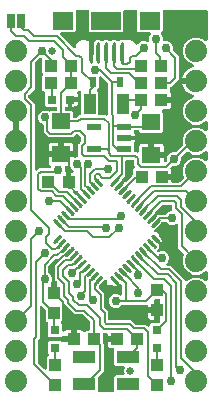
<source format=gtl>
G04 EAGLE Gerber RS-274X export*
G75*
%MOMM*%
%FSLAX34Y34*%
%LPD*%
%INTop Copper*%
%IPPOS*%
%AMOC8*
5,1,8,0,0,1.08239X$1,22.5*%
G01*
%ADD10R,1.000000X1.100000*%
%ADD11R,1.600000X1.400000*%
%ADD12R,1.100000X1.000000*%
%ADD13R,0.800000X0.800000*%
%ADD14R,1.200000X0.550000*%
%ADD15C,1.879600*%
%ADD16C,0.254000*%
%ADD17C,0.255000*%
%ADD18R,1.900000X1.100000*%
%ADD19R,1.800000X1.500000*%
%ADD20R,2.500000X1.500000*%
%ADD21R,0.400000X1.400000*%
%ADD22C,0.635000*%
%ADD23R,1.000000X1.800000*%
%ADD24R,0.630000X0.830000*%
%ADD25R,0.635000X1.270000*%
%ADD26C,0.762000*%
%ADD27C,0.203200*%
%ADD28C,0.406400*%

G36*
X139096Y197938D02*
X139096Y197938D01*
X139236Y197942D01*
X139255Y197948D01*
X139275Y197949D01*
X139408Y197992D01*
X139541Y198031D01*
X139559Y198041D01*
X139578Y198047D01*
X139695Y198122D01*
X139815Y198192D01*
X139836Y198211D01*
X139847Y198218D01*
X139861Y198232D01*
X139936Y198299D01*
X140318Y198681D01*
X140379Y198759D01*
X140447Y198831D01*
X140476Y198884D01*
X140513Y198932D01*
X140552Y199023D01*
X140600Y199110D01*
X140615Y199168D01*
X140639Y199224D01*
X140655Y199322D01*
X140680Y199418D01*
X140686Y199518D01*
X140689Y199538D01*
X140688Y199550D01*
X140690Y199578D01*
X140690Y201746D01*
X141579Y203893D01*
X143223Y205537D01*
X145370Y206427D01*
X147538Y206427D01*
X147636Y206439D01*
X147735Y206442D01*
X147793Y206459D01*
X147854Y206466D01*
X147946Y206503D01*
X148041Y206530D01*
X148093Y206561D01*
X148149Y206583D01*
X148229Y206642D01*
X148315Y206692D01*
X148390Y206758D01*
X148407Y206770D01*
X148414Y206780D01*
X148436Y206798D01*
X153537Y211899D01*
X153555Y211923D01*
X153577Y211942D01*
X153652Y212048D01*
X153731Y212151D01*
X153743Y212178D01*
X153760Y212202D01*
X153806Y212323D01*
X153858Y212442D01*
X153862Y212472D01*
X153873Y212499D01*
X153887Y212628D01*
X153908Y212756D01*
X153905Y212786D01*
X153908Y212815D01*
X153890Y212944D01*
X153878Y213073D01*
X153868Y213101D01*
X153864Y213130D01*
X153812Y213283D01*
X153669Y213626D01*
X153669Y218174D01*
X155409Y222375D01*
X158625Y225591D01*
X162826Y227331D01*
X167374Y227331D01*
X171575Y225591D01*
X172585Y224581D01*
X172694Y224496D01*
X172801Y224407D01*
X172820Y224398D01*
X172836Y224386D01*
X172963Y224331D01*
X173089Y224272D01*
X173109Y224268D01*
X173128Y224260D01*
X173266Y224238D01*
X173402Y224212D01*
X173422Y224213D01*
X173442Y224210D01*
X173581Y224223D01*
X173719Y224232D01*
X173738Y224238D01*
X173758Y224240D01*
X173890Y224287D01*
X174021Y224330D01*
X174039Y224340D01*
X174058Y224347D01*
X174173Y224425D01*
X174290Y224500D01*
X174304Y224514D01*
X174321Y224526D01*
X174413Y224630D01*
X174508Y224731D01*
X174518Y224749D01*
X174531Y224764D01*
X174594Y224888D01*
X174662Y225010D01*
X174667Y225029D01*
X174676Y225047D01*
X174706Y225183D01*
X174741Y225318D01*
X174743Y225346D01*
X174746Y225358D01*
X174745Y225378D01*
X174751Y225478D01*
X174751Y231722D01*
X174734Y231860D01*
X174721Y231998D01*
X174714Y232017D01*
X174711Y232037D01*
X174660Y232166D01*
X174613Y232297D01*
X174602Y232314D01*
X174594Y232333D01*
X174513Y232445D01*
X174435Y232560D01*
X174419Y232574D01*
X174408Y232590D01*
X174300Y232679D01*
X174196Y232771D01*
X174178Y232780D01*
X174163Y232793D01*
X174037Y232852D01*
X173913Y232915D01*
X173893Y232920D01*
X173875Y232928D01*
X173738Y232955D01*
X173603Y232985D01*
X173582Y232984D01*
X173563Y232988D01*
X173424Y232980D01*
X173285Y232975D01*
X173265Y232970D01*
X173245Y232968D01*
X173113Y232926D01*
X172979Y232887D01*
X172962Y232877D01*
X172943Y232870D01*
X172825Y232796D01*
X172705Y232725D01*
X172684Y232707D01*
X172674Y232700D01*
X172660Y232685D01*
X172585Y232619D01*
X171575Y231609D01*
X167374Y229869D01*
X162826Y229869D01*
X158625Y231609D01*
X155409Y234825D01*
X153669Y239026D01*
X153669Y243574D01*
X155409Y247775D01*
X158625Y250991D01*
X162584Y252630D01*
X162696Y252694D01*
X162811Y252753D01*
X162834Y252773D01*
X162860Y252788D01*
X162953Y252878D01*
X163050Y252963D01*
X163067Y252988D01*
X163088Y253009D01*
X163156Y253119D01*
X163229Y253226D01*
X163239Y253254D01*
X163255Y253280D01*
X163293Y253404D01*
X163336Y253525D01*
X163339Y253555D01*
X163348Y253584D01*
X163354Y253713D01*
X163367Y253842D01*
X163362Y253872D01*
X163363Y253902D01*
X163337Y254028D01*
X163317Y254156D01*
X163305Y254184D01*
X163299Y254213D01*
X163242Y254329D01*
X163191Y254448D01*
X163173Y254472D01*
X163159Y254499D01*
X163076Y254597D01*
X162996Y254699D01*
X162973Y254718D01*
X162953Y254741D01*
X162847Y254815D01*
X162745Y254895D01*
X162718Y254907D01*
X162693Y254924D01*
X162572Y254970D01*
X162453Y255021D01*
X162411Y255031D01*
X162396Y255037D01*
X162374Y255039D01*
X162309Y255054D01*
X160517Y255636D01*
X158843Y256489D01*
X157322Y257594D01*
X155994Y258922D01*
X154889Y260443D01*
X154036Y262117D01*
X153455Y263904D01*
X153415Y264161D01*
X163830Y264161D01*
X163948Y264176D01*
X164067Y264183D01*
X164105Y264196D01*
X164145Y264201D01*
X164256Y264244D01*
X164369Y264281D01*
X164403Y264303D01*
X164441Y264318D01*
X164537Y264388D01*
X164638Y264451D01*
X164666Y264481D01*
X164698Y264504D01*
X164774Y264596D01*
X164856Y264683D01*
X164875Y264718D01*
X164901Y264749D01*
X164952Y264857D01*
X165009Y264961D01*
X165020Y265001D01*
X165037Y265037D01*
X165059Y265154D01*
X165089Y265269D01*
X165093Y265330D01*
X165097Y265350D01*
X165095Y265370D01*
X165099Y265430D01*
X165099Y267970D01*
X165084Y268088D01*
X165077Y268207D01*
X165064Y268245D01*
X165059Y268285D01*
X165015Y268396D01*
X164979Y268509D01*
X164957Y268544D01*
X164942Y268581D01*
X164872Y268677D01*
X164809Y268778D01*
X164779Y268806D01*
X164755Y268839D01*
X164664Y268914D01*
X164577Y268996D01*
X164542Y269016D01*
X164510Y269041D01*
X164403Y269092D01*
X164298Y269150D01*
X164259Y269160D01*
X164223Y269177D01*
X164106Y269199D01*
X163991Y269229D01*
X163930Y269233D01*
X163910Y269237D01*
X163890Y269235D01*
X163830Y269239D01*
X153415Y269239D01*
X153455Y269496D01*
X154036Y271283D01*
X154889Y272957D01*
X155994Y274478D01*
X157322Y275806D01*
X158843Y276911D01*
X160517Y277764D01*
X162334Y278354D01*
X162420Y278380D01*
X162546Y278410D01*
X162573Y278424D01*
X162602Y278432D01*
X162713Y278498D01*
X162827Y278558D01*
X162850Y278579D01*
X162876Y278594D01*
X162967Y278685D01*
X163063Y278772D01*
X163079Y278797D01*
X163101Y278819D01*
X163166Y278930D01*
X163237Y279038D01*
X163247Y279067D01*
X163263Y279092D01*
X163299Y279216D01*
X163341Y279339D01*
X163343Y279369D01*
X163351Y279398D01*
X163356Y279527D01*
X163366Y279656D01*
X163361Y279686D01*
X163362Y279716D01*
X163334Y279842D01*
X163311Y279969D01*
X163299Y279997D01*
X163292Y280026D01*
X163234Y280141D01*
X163181Y280259D01*
X163162Y280283D01*
X163148Y280310D01*
X163063Y280407D01*
X162982Y280508D01*
X162958Y280526D01*
X162938Y280548D01*
X162831Y280621D01*
X162728Y280699D01*
X162689Y280718D01*
X162675Y280727D01*
X162655Y280735D01*
X162584Y280770D01*
X158625Y282409D01*
X155409Y285625D01*
X153669Y289826D01*
X153669Y294374D01*
X155409Y298575D01*
X158625Y301791D01*
X162826Y303531D01*
X167374Y303531D01*
X171575Y301791D01*
X172585Y300781D01*
X172694Y300696D01*
X172801Y300607D01*
X172820Y300598D01*
X172836Y300586D01*
X172963Y300531D01*
X173089Y300472D01*
X173109Y300468D01*
X173128Y300460D01*
X173266Y300438D01*
X173402Y300412D01*
X173422Y300413D01*
X173442Y300410D01*
X173581Y300423D01*
X173719Y300432D01*
X173738Y300438D01*
X173758Y300440D01*
X173890Y300487D01*
X174021Y300530D01*
X174039Y300540D01*
X174058Y300547D01*
X174173Y300625D01*
X174290Y300700D01*
X174304Y300714D01*
X174321Y300726D01*
X174413Y300830D01*
X174508Y300931D01*
X174518Y300949D01*
X174531Y300964D01*
X174594Y301088D01*
X174662Y301210D01*
X174667Y301229D01*
X174676Y301247D01*
X174706Y301383D01*
X174741Y301518D01*
X174743Y301546D01*
X174746Y301558D01*
X174745Y301578D01*
X174751Y301678D01*
X174751Y325882D01*
X174736Y326000D01*
X174729Y326119D01*
X174716Y326157D01*
X174711Y326198D01*
X174668Y326308D01*
X174631Y326421D01*
X174609Y326456D01*
X174594Y326493D01*
X174525Y326589D01*
X174461Y326690D01*
X174431Y326718D01*
X174408Y326751D01*
X174316Y326827D01*
X174229Y326908D01*
X174194Y326928D01*
X174163Y326953D01*
X174055Y327004D01*
X173951Y327062D01*
X173911Y327072D01*
X173875Y327089D01*
X173758Y327111D01*
X173643Y327141D01*
X173583Y327145D01*
X173563Y327149D01*
X173542Y327147D01*
X173482Y327151D01*
X138042Y327151D01*
X137924Y327136D01*
X137805Y327129D01*
X137767Y327116D01*
X137726Y327111D01*
X137616Y327068D01*
X137503Y327031D01*
X137468Y327009D01*
X137431Y326994D01*
X137335Y326925D01*
X137234Y326861D01*
X137206Y326831D01*
X137173Y326808D01*
X137097Y326716D01*
X137016Y326629D01*
X136996Y326594D01*
X136971Y326563D01*
X136920Y326455D01*
X136862Y326351D01*
X136852Y326311D01*
X136835Y326275D01*
X136813Y326158D01*
X136783Y326043D01*
X136779Y325983D01*
X136775Y325963D01*
X136777Y325942D01*
X136773Y325882D01*
X136773Y309158D01*
X135498Y307884D01*
X135425Y307789D01*
X135347Y307700D01*
X135328Y307664D01*
X135303Y307632D01*
X135256Y307523D01*
X135202Y307417D01*
X135193Y307378D01*
X135177Y307340D01*
X135158Y307223D01*
X135132Y307107D01*
X135133Y307066D01*
X135127Y307026D01*
X135138Y306908D01*
X135142Y306789D01*
X135153Y306750D01*
X135157Y306710D01*
X135197Y306598D01*
X135230Y306483D01*
X135251Y306449D01*
X135265Y306410D01*
X135331Y306312D01*
X135392Y306209D01*
X135432Y306164D01*
X135443Y306147D01*
X135458Y306134D01*
X135498Y306089D01*
X136017Y305570D01*
X136907Y303422D01*
X136907Y301498D01*
X136922Y301380D01*
X136929Y301261D01*
X136942Y301223D01*
X136947Y301182D01*
X136990Y301072D01*
X137027Y300959D01*
X137049Y300924D01*
X137064Y300887D01*
X137133Y300791D01*
X137197Y300690D01*
X137227Y300662D01*
X137250Y300629D01*
X137342Y300553D01*
X137429Y300472D01*
X137464Y300452D01*
X137495Y300427D01*
X137603Y300376D01*
X137707Y300318D01*
X137747Y300308D01*
X137783Y300291D01*
X137900Y300269D01*
X138015Y300239D01*
X138075Y300235D01*
X138095Y300231D01*
X138116Y300233D01*
X138176Y300229D01*
X140608Y300229D01*
X142756Y299339D01*
X144399Y297696D01*
X145289Y295548D01*
X145289Y293381D01*
X145301Y293282D01*
X145304Y293183D01*
X145321Y293125D01*
X145329Y293065D01*
X145365Y292973D01*
X145393Y292878D01*
X145423Y292826D01*
X145446Y292769D01*
X145504Y292689D01*
X145554Y292604D01*
X145620Y292529D01*
X145632Y292512D01*
X145642Y292504D01*
X145660Y292483D01*
X150369Y287775D01*
X150369Y267977D01*
X144201Y261810D01*
X144184Y261808D01*
X144065Y261800D01*
X144027Y261788D01*
X143986Y261783D01*
X143876Y261739D01*
X143763Y261702D01*
X143728Y261680D01*
X143691Y261666D01*
X143595Y261596D01*
X143494Y261532D01*
X143466Y261502D01*
X143433Y261479D01*
X143357Y261387D01*
X143276Y261300D01*
X143256Y261265D01*
X143231Y261234D01*
X143180Y261126D01*
X143122Y261022D01*
X143112Y260983D01*
X143095Y260946D01*
X143073Y260829D01*
X143043Y260714D01*
X143039Y260654D01*
X143035Y260634D01*
X143037Y260613D01*
X143033Y260553D01*
X143033Y259029D01*
X142931Y258927D01*
X142857Y258833D01*
X142779Y258744D01*
X142760Y258708D01*
X142736Y258676D01*
X142688Y258566D01*
X142634Y258460D01*
X142625Y258421D01*
X142609Y258384D01*
X142591Y258266D01*
X142565Y258150D01*
X142566Y258110D01*
X142559Y258070D01*
X142571Y257951D01*
X142574Y257832D01*
X142585Y257793D01*
X142589Y257753D01*
X142629Y257641D01*
X142663Y257527D01*
X142683Y257492D01*
X142697Y257454D01*
X142764Y257355D01*
X142824Y257253D01*
X142864Y257208D01*
X142875Y257191D01*
X142891Y257177D01*
X142931Y257132D01*
X143160Y256902D01*
X143495Y256323D01*
X143668Y255677D01*
X143668Y252842D01*
X136857Y252842D01*
X136739Y252827D01*
X136620Y252819D01*
X136582Y252807D01*
X136542Y252802D01*
X136431Y252758D01*
X136318Y252721D01*
X136284Y252700D01*
X136246Y252685D01*
X136150Y252615D01*
X136049Y252551D01*
X136021Y252522D01*
X135989Y252498D01*
X135913Y252406D01*
X135831Y252320D01*
X135812Y252284D01*
X135786Y252253D01*
X135735Y252145D01*
X135678Y252041D01*
X135668Y252002D01*
X135650Y251965D01*
X135628Y251848D01*
X135598Y251733D01*
X135594Y251673D01*
X135591Y251653D01*
X135592Y251633D01*
X135588Y251572D01*
X135588Y249112D01*
X135603Y248994D01*
X135610Y248875D01*
X135623Y248837D01*
X135628Y248797D01*
X135672Y248686D01*
X135708Y248573D01*
X135730Y248539D01*
X135745Y248501D01*
X135815Y248405D01*
X135878Y248304D01*
X135908Y248277D01*
X135932Y248244D01*
X136023Y248168D01*
X136110Y248086D01*
X136145Y248067D01*
X136177Y248041D01*
X136284Y247990D01*
X136389Y247933D01*
X136428Y247923D01*
X136464Y247905D01*
X136581Y247883D01*
X136697Y247853D01*
X136757Y247850D01*
X136777Y247846D01*
X136797Y247847D01*
X136857Y247843D01*
X143668Y247843D01*
X143668Y245008D01*
X143495Y244362D01*
X143160Y243782D01*
X142687Y243309D01*
X142108Y242975D01*
X141461Y242802D01*
X137399Y242802D01*
X137261Y242784D01*
X137123Y242771D01*
X137104Y242764D01*
X137084Y242762D01*
X136955Y242711D01*
X136824Y242664D01*
X136807Y242652D01*
X136788Y242645D01*
X136676Y242563D01*
X136561Y242485D01*
X136547Y242470D01*
X136531Y242458D01*
X136442Y242351D01*
X136350Y242247D01*
X136341Y242229D01*
X136328Y242213D01*
X136269Y242087D01*
X136206Y241963D01*
X136201Y241944D01*
X136193Y241925D01*
X136166Y241789D01*
X136136Y241653D01*
X136137Y241633D01*
X136133Y241613D01*
X136141Y241475D01*
X136146Y241335D01*
X136151Y241316D01*
X136153Y241296D01*
X136195Y241164D01*
X136234Y241030D01*
X136244Y241012D01*
X136251Y240993D01*
X136325Y240876D01*
X136396Y240756D01*
X136414Y240735D01*
X136421Y240724D01*
X136436Y240710D01*
X136502Y240635D01*
X137261Y239876D01*
X137261Y224192D01*
X136071Y223001D01*
X118387Y223001D01*
X117003Y224385D01*
X116969Y224431D01*
X116905Y224532D01*
X116876Y224559D01*
X116852Y224592D01*
X116760Y224668D01*
X116674Y224750D01*
X116638Y224769D01*
X116607Y224795D01*
X116500Y224846D01*
X116395Y224903D01*
X116356Y224913D01*
X116319Y224931D01*
X116203Y224953D01*
X116087Y224983D01*
X116027Y224986D01*
X116007Y224990D01*
X115987Y224989D01*
X115927Y224993D01*
X113467Y224993D01*
X113368Y224980D01*
X113270Y224978D01*
X113211Y224961D01*
X113151Y224953D01*
X113059Y224917D01*
X112964Y224889D01*
X112912Y224858D01*
X112855Y224836D01*
X112775Y224778D01*
X112690Y224728D01*
X112614Y224661D01*
X112598Y224649D01*
X112590Y224640D01*
X112569Y224621D01*
X112496Y224549D01*
X112423Y224454D01*
X112344Y224364D01*
X112326Y224329D01*
X112301Y224297D01*
X112254Y224188D01*
X112200Y224081D01*
X112191Y224042D01*
X112175Y224005D01*
X112156Y223887D01*
X112130Y223770D01*
X112131Y223731D01*
X112125Y223691D01*
X112136Y223572D01*
X112140Y223453D01*
X112151Y223414D01*
X112155Y223375D01*
X112195Y223262D01*
X112229Y223147D01*
X112249Y223113D01*
X112262Y223075D01*
X112310Y223005D01*
X112314Y222996D01*
X112732Y222272D01*
X112906Y221626D01*
X112906Y219916D01*
X104470Y219916D01*
X104352Y219901D01*
X104233Y219894D01*
X104195Y219881D01*
X104154Y219876D01*
X104044Y219832D01*
X103931Y219796D01*
X103896Y219774D01*
X103859Y219759D01*
X103763Y219689D01*
X103662Y219625D01*
X103634Y219596D01*
X103601Y219572D01*
X103526Y219480D01*
X103444Y219394D01*
X103424Y219358D01*
X103399Y219327D01*
X103348Y219220D01*
X103290Y219115D01*
X103280Y219076D01*
X103263Y219039D01*
X103241Y218923D01*
X103211Y218807D01*
X103207Y218747D01*
X103203Y218727D01*
X103205Y218707D01*
X103201Y218647D01*
X103201Y218437D01*
X103216Y218318D01*
X103223Y218200D01*
X103236Y218161D01*
X103241Y218121D01*
X103284Y218010D01*
X103321Y217897D01*
X103343Y217863D01*
X103358Y217825D01*
X103428Y217729D01*
X103491Y217628D01*
X103521Y217601D01*
X103544Y217568D01*
X103636Y217492D01*
X103723Y217411D01*
X103758Y217391D01*
X103789Y217365D01*
X103897Y217314D01*
X104001Y217257D01*
X104041Y217247D01*
X104077Y217230D01*
X104194Y217207D01*
X104309Y217178D01*
X104370Y217174D01*
X104390Y217170D01*
X104410Y217171D01*
X104470Y217167D01*
X112906Y217167D01*
X112906Y215457D01*
X112732Y214811D01*
X112357Y214161D01*
X112344Y214147D01*
X112326Y214111D01*
X112302Y214079D01*
X112254Y213970D01*
X112200Y213863D01*
X112191Y213824D01*
X112175Y213788D01*
X112156Y213669D01*
X112130Y213553D01*
X112131Y213513D01*
X112125Y213474D01*
X112136Y213354D01*
X112140Y213235D01*
X112151Y213197D01*
X112155Y213157D01*
X112195Y213044D01*
X112228Y212930D01*
X112249Y212895D01*
X112262Y212858D01*
X112329Y212759D01*
X112390Y212656D01*
X112398Y212647D01*
X112398Y207594D01*
X112412Y207476D01*
X112420Y207357D01*
X112432Y207319D01*
X112437Y207279D01*
X112481Y207168D01*
X112518Y207055D01*
X112540Y207021D01*
X112554Y206983D01*
X112624Y206887D01*
X112688Y206786D01*
X112718Y206758D01*
X112741Y206726D01*
X112833Y206650D01*
X112920Y206568D01*
X112955Y206549D01*
X112986Y206523D01*
X113094Y206472D01*
X113198Y206415D01*
X113237Y206404D01*
X113274Y206387D01*
X113391Y206365D01*
X113506Y206335D01*
X113566Y206331D01*
X113586Y206327D01*
X113607Y206329D01*
X113667Y206325D01*
X114792Y206325D01*
X114900Y206278D01*
X115026Y206219D01*
X115046Y206215D01*
X115064Y206207D01*
X115202Y206185D01*
X115338Y206159D01*
X115358Y206160D01*
X115378Y206157D01*
X115517Y206170D01*
X115656Y206179D01*
X115675Y206185D01*
X115695Y206187D01*
X115826Y206234D01*
X115958Y206277D01*
X115975Y206288D01*
X115994Y206295D01*
X116109Y206373D01*
X116227Y206447D01*
X116241Y206462D01*
X116257Y206473D01*
X116350Y206578D01*
X116445Y206679D01*
X116454Y206696D01*
X116468Y206712D01*
X116531Y206836D01*
X116598Y206957D01*
X116603Y206977D01*
X116612Y206995D01*
X116643Y207131D01*
X116678Y207265D01*
X116679Y207293D01*
X116682Y207305D01*
X116681Y207326D01*
X116688Y207426D01*
X116688Y211368D01*
X116861Y212014D01*
X117195Y212594D01*
X117669Y213067D01*
X118248Y213401D01*
X118894Y213574D01*
X124689Y213574D01*
X124689Y205304D01*
X124704Y205185D01*
X124712Y205067D01*
X124724Y205028D01*
X124729Y204988D01*
X124773Y204877D01*
X124810Y204764D01*
X124831Y204730D01*
X124846Y204692D01*
X124916Y204596D01*
X124980Y204496D01*
X125009Y204468D01*
X125033Y204435D01*
X125125Y204359D01*
X125212Y204278D01*
X125247Y204258D01*
X125278Y204232D01*
X125386Y204182D01*
X125490Y204124D01*
X125529Y204114D01*
X125566Y204097D01*
X125683Y204074D01*
X125798Y204045D01*
X125858Y204041D01*
X125878Y204037D01*
X125898Y204038D01*
X125959Y204034D01*
X127229Y204034D01*
X127229Y202764D01*
X127244Y202645D01*
X127252Y202527D01*
X127264Y202488D01*
X127269Y202448D01*
X127313Y202337D01*
X127350Y202224D01*
X127371Y202190D01*
X127386Y202152D01*
X127456Y202056D01*
X127520Y201956D01*
X127549Y201928D01*
X127573Y201895D01*
X127665Y201819D01*
X127752Y201738D01*
X127787Y201718D01*
X127818Y201692D01*
X127926Y201642D01*
X128030Y201584D01*
X128069Y201574D01*
X128106Y201557D01*
X128223Y201534D01*
X128338Y201505D01*
X128398Y201501D01*
X128418Y201497D01*
X128439Y201498D01*
X128499Y201494D01*
X137769Y201494D01*
X137769Y199196D01*
X137787Y199059D01*
X137800Y198920D01*
X137807Y198901D01*
X137809Y198881D01*
X137860Y198752D01*
X137907Y198621D01*
X137919Y198604D01*
X137926Y198585D01*
X138008Y198473D01*
X138086Y198358D01*
X138101Y198344D01*
X138113Y198328D01*
X138220Y198239D01*
X138324Y198147D01*
X138342Y198138D01*
X138358Y198125D01*
X138484Y198066D01*
X138608Y198002D01*
X138627Y197998D01*
X138646Y197989D01*
X138782Y197963D01*
X138918Y197933D01*
X138938Y197933D01*
X138958Y197930D01*
X139096Y197938D01*
G37*
G36*
X29776Y190878D02*
X29776Y190878D01*
X29915Y190882D01*
X29935Y190888D01*
X29955Y190889D01*
X30087Y190932D01*
X30221Y190971D01*
X30238Y190981D01*
X30257Y190987D01*
X30375Y191062D01*
X30495Y191132D01*
X30516Y191151D01*
X30526Y191157D01*
X30540Y191172D01*
X30615Y191239D01*
X32291Y192914D01*
X40826Y192914D01*
X40971Y192932D01*
X41116Y192947D01*
X41129Y192952D01*
X41142Y192954D01*
X41278Y193007D01*
X41414Y193058D01*
X41425Y193066D01*
X41438Y193071D01*
X41555Y193156D01*
X41675Y193239D01*
X41684Y193250D01*
X41695Y193257D01*
X41788Y193369D01*
X41883Y193480D01*
X41889Y193492D01*
X41898Y193502D01*
X41960Y193634D01*
X42025Y193765D01*
X42028Y193778D01*
X42033Y193790D01*
X42061Y193933D01*
X42091Y194076D01*
X42091Y194089D01*
X42093Y194102D01*
X42084Y194248D01*
X42078Y194394D01*
X42074Y194406D01*
X42073Y194420D01*
X42028Y194559D01*
X41986Y194698D01*
X41979Y194710D01*
X41975Y194722D01*
X41897Y194846D01*
X41822Y194970D01*
X41812Y194980D01*
X41805Y194991D01*
X41699Y195091D01*
X41595Y195193D01*
X41580Y195203D01*
X41574Y195209D01*
X41559Y195217D01*
X41461Y195282D01*
X41113Y195483D01*
X40640Y195956D01*
X40305Y196535D01*
X40132Y197182D01*
X40132Y201977D01*
X49403Y201977D01*
X49521Y201992D01*
X49640Y201999D01*
X49678Y202012D01*
X49718Y202017D01*
X49829Y202061D01*
X49942Y202097D01*
X49977Y202119D01*
X50014Y202134D01*
X50110Y202204D01*
X50211Y202268D01*
X50239Y202297D01*
X50271Y202321D01*
X50347Y202412D01*
X50429Y202499D01*
X50448Y202535D01*
X50474Y202566D01*
X50525Y202673D01*
X50582Y202778D01*
X50593Y202817D01*
X50610Y202853D01*
X50632Y202970D01*
X50662Y203086D01*
X50666Y203146D01*
X50670Y203166D01*
X50668Y203186D01*
X50672Y203246D01*
X50672Y204517D01*
X50674Y204517D01*
X50674Y203246D01*
X50689Y203128D01*
X50696Y203009D01*
X50709Y202971D01*
X50714Y202931D01*
X50758Y202820D01*
X50794Y202707D01*
X50816Y202673D01*
X50831Y202635D01*
X50901Y202539D01*
X50964Y202438D01*
X50994Y202410D01*
X51018Y202378D01*
X51109Y202302D01*
X51196Y202220D01*
X51231Y202201D01*
X51263Y202175D01*
X51370Y202124D01*
X51474Y202067D01*
X51514Y202057D01*
X51550Y202039D01*
X51667Y202017D01*
X51782Y201987D01*
X51843Y201983D01*
X51863Y201980D01*
X51883Y201981D01*
X51943Y201977D01*
X61892Y201977D01*
X61991Y201940D01*
X62090Y201893D01*
X62139Y201884D01*
X62185Y201866D01*
X62295Y201854D01*
X62402Y201833D01*
X62452Y201836D01*
X62501Y201831D01*
X62610Y201846D01*
X62720Y201853D01*
X62767Y201868D01*
X62816Y201875D01*
X62969Y201927D01*
X63100Y201982D01*
X64226Y201982D01*
X64364Y201999D01*
X64503Y202012D01*
X64522Y202019D01*
X64542Y202021D01*
X64671Y202073D01*
X64802Y202120D01*
X64819Y202131D01*
X64837Y202138D01*
X64950Y202220D01*
X65065Y202298D01*
X65078Y202313D01*
X65095Y202325D01*
X65183Y202432D01*
X65275Y202537D01*
X65285Y202555D01*
X65297Y202570D01*
X65356Y202696D01*
X65420Y202820D01*
X65424Y202840D01*
X65433Y202858D01*
X65459Y202994D01*
X65490Y203130D01*
X65489Y203151D01*
X65493Y203170D01*
X65484Y203309D01*
X65480Y203448D01*
X65474Y203468D01*
X65473Y203488D01*
X65430Y203619D01*
X65404Y203709D01*
X65404Y213226D01*
X67471Y215292D01*
X67532Y215371D01*
X67599Y215443D01*
X67629Y215496D01*
X67666Y215544D01*
X67705Y215635D01*
X67753Y215721D01*
X67768Y215780D01*
X67792Y215836D01*
X67808Y215934D01*
X67832Y216029D01*
X67839Y216129D01*
X67842Y216150D01*
X67841Y216162D01*
X67843Y216190D01*
X67843Y218556D01*
X67830Y218655D01*
X67827Y218754D01*
X67810Y218812D01*
X67803Y218872D01*
X67766Y218964D01*
X67739Y219059D01*
X67708Y219111D01*
X67686Y219168D01*
X67628Y219248D01*
X67577Y219333D01*
X67511Y219408D01*
X67499Y219425D01*
X67490Y219433D01*
X67471Y219454D01*
X65708Y221217D01*
X65629Y221278D01*
X65557Y221346D01*
X65504Y221375D01*
X65456Y221412D01*
X65365Y221451D01*
X65279Y221499D01*
X65220Y221514D01*
X65165Y221538D01*
X65067Y221554D01*
X64971Y221579D01*
X64871Y221585D01*
X64851Y221588D01*
X64838Y221587D01*
X64810Y221589D01*
X63714Y221589D01*
X63616Y221576D01*
X63517Y221573D01*
X63458Y221557D01*
X63398Y221549D01*
X63306Y221513D01*
X63211Y221485D01*
X63159Y221454D01*
X63103Y221432D01*
X63023Y221374D01*
X62937Y221324D01*
X62862Y221257D01*
X62845Y221245D01*
X62837Y221236D01*
X62816Y221217D01*
X60724Y219125D01*
X40469Y219125D01*
X38225Y221370D01*
X36067Y223527D01*
X36067Y229071D01*
X36064Y229101D01*
X36066Y229130D01*
X36044Y229258D01*
X36027Y229387D01*
X36017Y229414D01*
X36012Y229443D01*
X35958Y229562D01*
X35910Y229682D01*
X35893Y229706D01*
X35881Y229733D01*
X35800Y229835D01*
X35724Y229940D01*
X35701Y229959D01*
X35682Y229982D01*
X35579Y230060D01*
X35479Y230143D01*
X35452Y230155D01*
X35428Y230173D01*
X35284Y230244D01*
X33673Y230911D01*
X32029Y232555D01*
X31140Y234702D01*
X31140Y237027D01*
X32029Y239174D01*
X33673Y240818D01*
X35820Y241707D01*
X38145Y241707D01*
X40080Y240906D01*
X40108Y240898D01*
X40134Y240884D01*
X40261Y240856D01*
X40386Y240822D01*
X40416Y240821D01*
X40445Y240815D01*
X40575Y240819D01*
X40704Y240817D01*
X40733Y240824D01*
X40763Y240824D01*
X40887Y240860D01*
X41014Y240891D01*
X41040Y240905D01*
X41068Y240913D01*
X41180Y240979D01*
X41295Y241040D01*
X41317Y241059D01*
X41342Y241074D01*
X41463Y241181D01*
X41831Y241549D01*
X46355Y241549D01*
X46473Y241564D01*
X46592Y241571D01*
X46630Y241584D01*
X46671Y241589D01*
X46781Y241633D01*
X46894Y241669D01*
X46929Y241691D01*
X46966Y241706D01*
X47062Y241776D01*
X47163Y241839D01*
X47191Y241869D01*
X47224Y241893D01*
X47300Y241984D01*
X47381Y242071D01*
X47401Y242106D01*
X47426Y242138D01*
X47477Y242245D01*
X47535Y242350D01*
X47545Y242389D01*
X47562Y242425D01*
X47584Y242542D01*
X47614Y242658D01*
X47618Y242718D01*
X47622Y242738D01*
X47620Y242758D01*
X47624Y242818D01*
X47624Y243752D01*
X47609Y243870D01*
X47602Y243989D01*
X47589Y244027D01*
X47584Y244067D01*
X47541Y244178D01*
X47504Y244291D01*
X47482Y244325D01*
X47467Y244363D01*
X47398Y244459D01*
X47334Y244560D01*
X47304Y244587D01*
X47281Y244620D01*
X47189Y244696D01*
X47102Y244778D01*
X47067Y244797D01*
X47036Y244823D01*
X46928Y244874D01*
X46824Y244931D01*
X46784Y244941D01*
X46748Y244959D01*
X46631Y244981D01*
X46516Y245011D01*
X46456Y245014D01*
X46436Y245018D01*
X46415Y245017D01*
X46355Y245021D01*
X38331Y245021D01*
X37140Y246212D01*
X37140Y255923D01*
X37217Y256016D01*
X37226Y256034D01*
X37238Y256050D01*
X37294Y256178D01*
X37353Y256303D01*
X37357Y256323D01*
X37365Y256342D01*
X37386Y256479D01*
X37413Y256616D01*
X37411Y256636D01*
X37415Y256656D01*
X37402Y256794D01*
X37393Y256933D01*
X37387Y256952D01*
X37385Y256972D01*
X37338Y257104D01*
X37295Y257236D01*
X37284Y257253D01*
X37277Y257272D01*
X37199Y257387D01*
X37125Y257504D01*
X37110Y257518D01*
X37099Y257535D01*
X36995Y257627D01*
X36893Y257722D01*
X36875Y257732D01*
X36860Y257745D01*
X36737Y257808D01*
X36615Y257876D01*
X36595Y257881D01*
X36577Y257890D01*
X36441Y257921D01*
X36307Y257955D01*
X36279Y257957D01*
X36267Y257960D01*
X36246Y257959D01*
X36146Y257965D01*
X35831Y257965D01*
X34640Y259156D01*
X34640Y270840D01*
X35165Y271365D01*
X35238Y271459D01*
X35317Y271548D01*
X35335Y271584D01*
X35360Y271616D01*
X35407Y271726D01*
X35462Y271832D01*
X35470Y271871D01*
X35486Y271908D01*
X35505Y272026D01*
X35531Y272142D01*
X35530Y272182D01*
X35536Y272222D01*
X35525Y272341D01*
X35522Y272460D01*
X35510Y272499D01*
X35507Y272539D01*
X35466Y272651D01*
X35433Y272765D01*
X35413Y272800D01*
X35399Y272838D01*
X35332Y272937D01*
X35272Y273039D01*
X35232Y273085D01*
X35220Y273101D01*
X35205Y273115D01*
X35165Y273160D01*
X34767Y273558D01*
X34767Y284988D01*
X34752Y285106D01*
X34745Y285225D01*
X34732Y285263D01*
X34727Y285304D01*
X34684Y285414D01*
X34647Y285527D01*
X34625Y285562D01*
X34610Y285599D01*
X34541Y285695D01*
X34477Y285796D01*
X34447Y285824D01*
X34424Y285857D01*
X34332Y285933D01*
X34245Y286014D01*
X34210Y286034D01*
X34179Y286059D01*
X34071Y286110D01*
X33967Y286168D01*
X33927Y286178D01*
X33891Y286195D01*
X33774Y286217D01*
X33659Y286247D01*
X33599Y286251D01*
X33579Y286255D01*
X33558Y286253D01*
X33498Y286257D01*
X33285Y286257D01*
X33186Y286245D01*
X33087Y286242D01*
X33029Y286225D01*
X32969Y286217D01*
X32877Y286181D01*
X32782Y286153D01*
X32730Y286123D01*
X32673Y286100D01*
X32593Y286042D01*
X32508Y285992D01*
X32433Y285926D01*
X32416Y285914D01*
X32408Y285904D01*
X32387Y285886D01*
X28820Y282319D01*
X28760Y282241D01*
X28692Y282169D01*
X28663Y282116D01*
X28626Y282068D01*
X28586Y281977D01*
X28538Y281890D01*
X28523Y281831D01*
X28499Y281776D01*
X28484Y281678D01*
X28459Y281582D01*
X28453Y281482D01*
X28449Y281462D01*
X28451Y281449D01*
X28449Y281421D01*
X28449Y260281D01*
X23207Y255039D01*
X23146Y254961D01*
X23079Y254889D01*
X23049Y254836D01*
X23012Y254788D01*
X22973Y254697D01*
X22925Y254610D01*
X22910Y254552D01*
X22886Y254496D01*
X22870Y254398D01*
X22846Y254303D01*
X22839Y254202D01*
X22836Y254182D01*
X22837Y254170D01*
X22835Y254142D01*
X22835Y253528D01*
X22848Y253430D01*
X22851Y253331D01*
X22868Y253273D01*
X22875Y253212D01*
X22912Y253120D01*
X22939Y253025D01*
X22970Y252973D01*
X22992Y252917D01*
X23050Y252837D01*
X23101Y252751D01*
X23167Y252676D01*
X23179Y252659D01*
X23188Y252652D01*
X23207Y252630D01*
X28449Y247389D01*
X28449Y192136D01*
X28466Y191999D01*
X28468Y191977D01*
X28471Y191930D01*
X28473Y191924D01*
X28479Y191860D01*
X28486Y191841D01*
X28489Y191821D01*
X28540Y191692D01*
X28587Y191560D01*
X28598Y191544D01*
X28606Y191525D01*
X28687Y191412D01*
X28765Y191297D01*
X28781Y191284D01*
X28792Y191268D01*
X28900Y191179D01*
X29004Y191087D01*
X29022Y191078D01*
X29037Y191065D01*
X29163Y191005D01*
X29287Y190942D01*
X29307Y190938D01*
X29325Y190929D01*
X29461Y190903D01*
X29597Y190873D01*
X29618Y190873D01*
X29637Y190869D01*
X29776Y190878D01*
G37*
G36*
X62447Y294293D02*
X62447Y294293D01*
X62585Y294302D01*
X62604Y294308D01*
X62624Y294310D01*
X62756Y294357D01*
X62887Y294400D01*
X62905Y294410D01*
X62924Y294417D01*
X63039Y294495D01*
X63156Y294570D01*
X63170Y294585D01*
X63187Y294596D01*
X63279Y294700D01*
X63374Y294801D01*
X63384Y294819D01*
X63397Y294834D01*
X63461Y294958D01*
X63528Y295080D01*
X63533Y295099D01*
X63542Y295118D01*
X63572Y295253D01*
X63607Y295388D01*
X63609Y295416D01*
X63612Y295428D01*
X63611Y295448D01*
X63617Y295549D01*
X63617Y296750D01*
X64574Y299059D01*
X66341Y300826D01*
X68650Y301783D01*
X71150Y301783D01*
X73459Y300826D01*
X73873Y300412D01*
X73951Y300352D01*
X74023Y300284D01*
X74076Y300255D01*
X74124Y300218D01*
X74215Y300178D01*
X74302Y300130D01*
X74360Y300115D01*
X74416Y300091D01*
X74514Y300076D01*
X74609Y300051D01*
X74638Y300049D01*
X74638Y300043D01*
X74659Y299955D01*
X74670Y299865D01*
X74696Y299801D01*
X74712Y299734D01*
X74754Y299653D01*
X74787Y299569D01*
X74828Y299513D01*
X74860Y299452D01*
X74961Y299327D01*
X74961Y299326D01*
X74968Y299320D01*
X74974Y299312D01*
X74975Y299311D01*
X75090Y299216D01*
X75203Y299119D01*
X75212Y299115D01*
X75220Y299109D01*
X75354Y299045D01*
X75488Y298979D01*
X75498Y298977D01*
X75507Y298973D01*
X75654Y298945D01*
X75800Y298915D01*
X75810Y298915D01*
X75820Y298913D01*
X75969Y298923D01*
X76117Y298929D01*
X76127Y298932D01*
X76137Y298933D01*
X76279Y298979D01*
X76421Y299023D01*
X76430Y299028D01*
X76440Y299031D01*
X76566Y299111D01*
X76693Y299189D01*
X76700Y299196D01*
X76708Y299201D01*
X76810Y299310D01*
X76914Y299417D01*
X76919Y299425D01*
X76926Y299433D01*
X76998Y299563D01*
X77072Y299693D01*
X77075Y299702D01*
X77080Y299711D01*
X77117Y299855D01*
X77156Y299999D01*
X77157Y300010D01*
X77159Y300019D01*
X77161Y300041D01*
X78234Y300041D01*
X78302Y300023D01*
X78407Y300008D01*
X78510Y299985D01*
X78564Y299987D01*
X78617Y299979D01*
X78722Y299991D01*
X78828Y299995D01*
X78880Y300010D01*
X78933Y300016D01*
X79032Y300054D01*
X79134Y300083D01*
X79180Y300110D01*
X79230Y300130D01*
X79316Y300191D01*
X79407Y300245D01*
X79472Y300301D01*
X79489Y300314D01*
X79499Y300326D01*
X79528Y300351D01*
X81032Y301855D01*
X83768Y301855D01*
X84752Y300870D01*
X84847Y300797D01*
X84936Y300719D01*
X84972Y300700D01*
X85004Y300675D01*
X85113Y300628D01*
X85219Y300574D01*
X85258Y300565D01*
X85296Y300549D01*
X85413Y300530D01*
X85529Y300504D01*
X85570Y300505D01*
X85610Y300499D01*
X85728Y300510D01*
X85847Y300514D01*
X85886Y300525D01*
X85926Y300529D01*
X86039Y300569D01*
X86153Y300602D01*
X86187Y300623D01*
X86226Y300637D01*
X86324Y300703D01*
X86427Y300764D01*
X86472Y300804D01*
X86489Y300815D01*
X86502Y300830D01*
X86547Y300870D01*
X87532Y301855D01*
X90268Y301855D01*
X91252Y300870D01*
X91347Y300797D01*
X91436Y300719D01*
X91472Y300700D01*
X91504Y300675D01*
X91613Y300628D01*
X91719Y300574D01*
X91758Y300565D01*
X91796Y300549D01*
X91913Y300530D01*
X92029Y300504D01*
X92070Y300505D01*
X92110Y300499D01*
X92228Y300510D01*
X92347Y300514D01*
X92386Y300525D01*
X92426Y300529D01*
X92539Y300569D01*
X92653Y300602D01*
X92687Y300623D01*
X92726Y300637D01*
X92824Y300703D01*
X92927Y300764D01*
X92972Y300804D01*
X92989Y300815D01*
X93002Y300830D01*
X93047Y300870D01*
X94032Y301855D01*
X96768Y301855D01*
X97753Y300870D01*
X97847Y300797D01*
X97936Y300719D01*
X97972Y300700D01*
X98004Y300675D01*
X98113Y300628D01*
X98219Y300574D01*
X98258Y300565D01*
X98296Y300549D01*
X98413Y300530D01*
X98529Y300504D01*
X98570Y300505D01*
X98610Y300499D01*
X98728Y300510D01*
X98847Y300514D01*
X98886Y300525D01*
X98926Y300529D01*
X99038Y300569D01*
X99153Y300602D01*
X99188Y300623D01*
X99226Y300637D01*
X99324Y300703D01*
X99427Y300764D01*
X99472Y300804D01*
X99489Y300815D01*
X99502Y300830D01*
X99548Y300870D01*
X100532Y301855D01*
X103268Y301855D01*
X103710Y301413D01*
X103733Y301395D01*
X103752Y301372D01*
X103859Y301298D01*
X103961Y301218D01*
X103988Y301206D01*
X104012Y301189D01*
X104134Y301143D01*
X104253Y301092D01*
X104282Y301087D01*
X104310Y301076D01*
X104439Y301062D01*
X104567Y301042D01*
X104597Y301045D01*
X104626Y301041D01*
X104754Y301059D01*
X104884Y301072D01*
X104912Y301082D01*
X104941Y301086D01*
X105093Y301138D01*
X106650Y301783D01*
X109150Y301783D01*
X111459Y300826D01*
X113226Y299059D01*
X113548Y298283D01*
X113559Y298263D01*
X113565Y298245D01*
X113578Y298224D01*
X113589Y298193D01*
X113651Y298102D01*
X113705Y298006D01*
X113740Y297971D01*
X113768Y297929D01*
X113850Y297857D01*
X113927Y297778D01*
X113969Y297752D01*
X114006Y297719D01*
X114104Y297669D01*
X114198Y297612D01*
X114245Y297597D01*
X114289Y297574D01*
X114397Y297550D01*
X114502Y297518D01*
X114551Y297516D01*
X114600Y297505D01*
X114709Y297508D01*
X114819Y297503D01*
X114868Y297513D01*
X114918Y297514D01*
X115023Y297545D01*
X115131Y297567D01*
X115175Y297589D01*
X115223Y297603D01*
X115318Y297659D01*
X115331Y297665D01*
X115347Y297672D01*
X115354Y297676D01*
X115416Y297707D01*
X115454Y297739D01*
X115497Y297764D01*
X115600Y297855D01*
X115605Y297858D01*
X115607Y297861D01*
X115618Y297871D01*
X117340Y299593D01*
X119488Y300483D01*
X121812Y300483D01*
X123466Y299798D01*
X123514Y299784D01*
X123559Y299763D01*
X123667Y299743D01*
X123773Y299714D01*
X123823Y299713D01*
X123872Y299704D01*
X123981Y299710D01*
X124091Y299709D01*
X124139Y299720D01*
X124189Y299723D01*
X124293Y299757D01*
X124400Y299783D01*
X124444Y299806D01*
X124491Y299821D01*
X124584Y299880D01*
X124681Y299931D01*
X124718Y299965D01*
X124760Y299991D01*
X124835Y300072D01*
X124917Y300145D01*
X124944Y300187D01*
X124978Y300223D01*
X125031Y300319D01*
X125091Y300411D01*
X125108Y300458D01*
X125132Y300502D01*
X125159Y300608D01*
X125195Y300712D01*
X125199Y300761D01*
X125211Y300810D01*
X125221Y300970D01*
X125221Y303422D01*
X126111Y305570D01*
X126342Y305800D01*
X126427Y305910D01*
X126516Y306017D01*
X126524Y306036D01*
X126537Y306052D01*
X126592Y306179D01*
X126651Y306305D01*
X126655Y306325D01*
X126663Y306344D01*
X126685Y306481D01*
X126711Y306618D01*
X126710Y306638D01*
X126713Y306658D01*
X126700Y306797D01*
X126691Y306935D01*
X126685Y306954D01*
X126683Y306974D01*
X126636Y307106D01*
X126593Y307237D01*
X126582Y307254D01*
X126575Y307274D01*
X126497Y307389D01*
X126423Y307506D01*
X126408Y307520D01*
X126397Y307537D01*
X126293Y307629D01*
X126191Y307724D01*
X126174Y307734D01*
X126158Y307747D01*
X126034Y307811D01*
X125913Y307878D01*
X125893Y307883D01*
X125875Y307892D01*
X125739Y307922D01*
X125605Y307957D01*
X125577Y307959D01*
X125565Y307962D01*
X125544Y307961D01*
X125444Y307967D01*
X115898Y307967D01*
X114707Y309158D01*
X114707Y325882D01*
X114692Y326000D01*
X114685Y326119D01*
X114672Y326157D01*
X114667Y326198D01*
X114624Y326308D01*
X114587Y326421D01*
X114565Y326456D01*
X114550Y326493D01*
X114481Y326589D01*
X114417Y326690D01*
X114387Y326718D01*
X114364Y326751D01*
X114272Y326827D01*
X114185Y326908D01*
X114150Y326928D01*
X114119Y326953D01*
X114011Y327004D01*
X113907Y327062D01*
X113867Y327072D01*
X113831Y327089D01*
X113714Y327111D01*
X113599Y327141D01*
X113539Y327145D01*
X113519Y327149D01*
X113498Y327147D01*
X113438Y327151D01*
X104702Y327151D01*
X104584Y327136D01*
X104465Y327129D01*
X104427Y327116D01*
X104386Y327111D01*
X104276Y327068D01*
X104163Y327031D01*
X104128Y327009D01*
X104091Y326994D01*
X103995Y326925D01*
X103894Y326861D01*
X103866Y326831D01*
X103833Y326808D01*
X103757Y326716D01*
X103676Y326629D01*
X103656Y326594D01*
X103631Y326563D01*
X103580Y326455D01*
X103522Y326351D01*
X103512Y326311D01*
X103495Y326275D01*
X103473Y326158D01*
X103443Y326043D01*
X103439Y325983D01*
X103435Y325963D01*
X103437Y325942D01*
X103433Y325882D01*
X103433Y309158D01*
X102242Y307967D01*
X75558Y307967D01*
X74367Y309158D01*
X74367Y325882D01*
X74352Y326000D01*
X74345Y326119D01*
X74332Y326157D01*
X74327Y326198D01*
X74284Y326308D01*
X74247Y326421D01*
X74225Y326456D01*
X74210Y326493D01*
X74141Y326589D01*
X74077Y326690D01*
X74047Y326718D01*
X74024Y326751D01*
X73932Y326827D01*
X73845Y326908D01*
X73810Y326928D01*
X73779Y326953D01*
X73671Y327004D01*
X73567Y327062D01*
X73527Y327072D01*
X73491Y327089D01*
X73374Y327111D01*
X73259Y327141D01*
X73199Y327145D01*
X73179Y327149D01*
X73158Y327147D01*
X73098Y327151D01*
X64362Y327151D01*
X64244Y327136D01*
X64125Y327129D01*
X64087Y327116D01*
X64046Y327111D01*
X63936Y327068D01*
X63823Y327031D01*
X63788Y327009D01*
X63751Y326994D01*
X63655Y326925D01*
X63554Y326861D01*
X63526Y326831D01*
X63493Y326808D01*
X63417Y326716D01*
X63336Y326629D01*
X63316Y326594D01*
X63291Y326563D01*
X63240Y326455D01*
X63182Y326351D01*
X63172Y326311D01*
X63155Y326275D01*
X63133Y326158D01*
X63103Y326043D01*
X63099Y325983D01*
X63095Y325963D01*
X63097Y325942D01*
X63093Y325882D01*
X63093Y309158D01*
X61902Y307967D01*
X51199Y307967D01*
X51061Y307950D01*
X50922Y307937D01*
X50903Y307930D01*
X50883Y307927D01*
X50754Y307876D01*
X50623Y307829D01*
X50606Y307818D01*
X50587Y307810D01*
X50475Y307729D01*
X50360Y307651D01*
X50346Y307635D01*
X50330Y307624D01*
X50241Y307516D01*
X50149Y307412D01*
X50140Y307394D01*
X50127Y307379D01*
X50068Y307253D01*
X50005Y307129D01*
X50000Y307109D01*
X49992Y307091D01*
X49966Y306955D01*
X49935Y306819D01*
X49936Y306798D01*
X49932Y306779D01*
X49940Y306640D01*
X49945Y306501D01*
X49950Y306481D01*
X49952Y306461D01*
X49994Y306329D01*
X50033Y306195D01*
X50043Y306178D01*
X50050Y306159D01*
X50124Y306041D01*
X50195Y305921D01*
X50213Y305900D01*
X50220Y305890D01*
X50235Y305876D01*
X50301Y305801D01*
X61451Y294651D01*
X61560Y294566D01*
X61667Y294477D01*
X61686Y294469D01*
X61702Y294456D01*
X61830Y294401D01*
X61955Y294342D01*
X61975Y294338D01*
X61994Y294330D01*
X62132Y294308D01*
X62268Y294282D01*
X62288Y294283D01*
X62308Y294280D01*
X62447Y294293D01*
G37*
G36*
X124877Y58635D02*
X124877Y58635D01*
X125015Y58644D01*
X125034Y58650D01*
X125054Y58652D01*
X125186Y58699D01*
X125317Y58742D01*
X125335Y58752D01*
X125354Y58759D01*
X125469Y58837D01*
X125586Y58912D01*
X125600Y58927D01*
X125617Y58938D01*
X125709Y59042D01*
X125804Y59143D01*
X125814Y59161D01*
X125827Y59176D01*
X125891Y59300D01*
X125958Y59422D01*
X125963Y59441D01*
X125972Y59460D01*
X126002Y59595D01*
X126037Y59730D01*
X126039Y59758D01*
X126042Y59770D01*
X126041Y59790D01*
X126047Y59891D01*
X126047Y60602D01*
X127238Y61793D01*
X133275Y61793D01*
X133374Y61805D01*
X133473Y61808D01*
X133531Y61825D01*
X133591Y61833D01*
X133683Y61869D01*
X133778Y61897D01*
X133830Y61927D01*
X133887Y61950D01*
X133967Y62008D01*
X134052Y62058D01*
X134128Y62124D01*
X134144Y62136D01*
X134152Y62146D01*
X134173Y62164D01*
X134581Y62573D01*
X134666Y62682D01*
X134755Y62789D01*
X134763Y62808D01*
X134776Y62824D01*
X134831Y62952D01*
X134890Y63077D01*
X134894Y63097D01*
X134902Y63116D01*
X134924Y63254D01*
X134950Y63390D01*
X134949Y63410D01*
X134952Y63430D01*
X134939Y63569D01*
X134930Y63707D01*
X134924Y63726D01*
X134922Y63746D01*
X134875Y63878D01*
X134832Y64009D01*
X134822Y64027D01*
X134815Y64046D01*
X134737Y64161D01*
X134662Y64278D01*
X134647Y64292D01*
X134636Y64309D01*
X134579Y64359D01*
X134579Y71550D01*
X134564Y71668D01*
X134557Y71787D01*
X134544Y71825D01*
X134539Y71865D01*
X134496Y71976D01*
X134459Y72089D01*
X134437Y72123D01*
X134422Y72161D01*
X134353Y72257D01*
X134289Y72358D01*
X134259Y72386D01*
X134236Y72418D01*
X134144Y72494D01*
X134057Y72576D01*
X134022Y72595D01*
X133991Y72621D01*
X133883Y72672D01*
X133779Y72729D01*
X133739Y72739D01*
X133703Y72757D01*
X133596Y72777D01*
X133626Y72781D01*
X133736Y72825D01*
X133849Y72861D01*
X133884Y72883D01*
X133921Y72898D01*
X134017Y72968D01*
X134118Y73031D01*
X134146Y73061D01*
X134179Y73085D01*
X134255Y73176D01*
X134336Y73263D01*
X134356Y73298D01*
X134381Y73330D01*
X134432Y73437D01*
X134490Y73542D01*
X134500Y73581D01*
X134517Y73617D01*
X134539Y73734D01*
X134569Y73850D01*
X134573Y73910D01*
X134577Y73930D01*
X134575Y73950D01*
X134579Y74010D01*
X134579Y80978D01*
X134564Y81096D01*
X134557Y81215D01*
X134544Y81253D01*
X134539Y81294D01*
X134496Y81404D01*
X134459Y81517D01*
X134437Y81552D01*
X134422Y81589D01*
X134353Y81685D01*
X134289Y81786D01*
X134259Y81814D01*
X134236Y81847D01*
X134144Y81923D01*
X134057Y82004D01*
X134022Y82024D01*
X133991Y82049D01*
X133883Y82100D01*
X133779Y82158D01*
X133739Y82168D01*
X133703Y82185D01*
X133586Y82207D01*
X133471Y82237D01*
X133411Y82241D01*
X133391Y82245D01*
X133370Y82243D01*
X133310Y82247D01*
X130850Y82247D01*
X130732Y82232D01*
X130613Y82225D01*
X130575Y82212D01*
X130534Y82207D01*
X130424Y82164D01*
X130311Y82127D01*
X130276Y82105D01*
X130239Y82090D01*
X130142Y82021D01*
X130042Y81957D01*
X130014Y81927D01*
X129981Y81904D01*
X129905Y81812D01*
X129824Y81725D01*
X129804Y81690D01*
X129779Y81659D01*
X129728Y81551D01*
X129670Y81447D01*
X129660Y81407D01*
X129643Y81371D01*
X129621Y81254D01*
X129591Y81139D01*
X129587Y81079D01*
X129583Y81059D01*
X129585Y81038D01*
X129581Y80978D01*
X129581Y75279D01*
X124539Y75279D01*
X124539Y75908D01*
X124524Y76026D01*
X124517Y76145D01*
X124504Y76183D01*
X124499Y76223D01*
X124456Y76334D01*
X124419Y76447D01*
X124397Y76482D01*
X124382Y76519D01*
X124313Y76615D01*
X124249Y76716D01*
X124219Y76744D01*
X124196Y76777D01*
X124104Y76852D01*
X124017Y76934D01*
X123982Y76954D01*
X123951Y76979D01*
X123843Y77030D01*
X123739Y77088D01*
X123699Y77098D01*
X123663Y77115D01*
X123546Y77137D01*
X123431Y77167D01*
X123371Y77171D01*
X123351Y77175D01*
X123330Y77173D01*
X123270Y77177D01*
X102628Y77177D01*
X102530Y77165D01*
X102431Y77162D01*
X102373Y77145D01*
X102313Y77137D01*
X102221Y77101D01*
X102125Y77073D01*
X102073Y77043D01*
X102017Y77020D01*
X101937Y76962D01*
X101852Y76912D01*
X101776Y76845D01*
X101760Y76833D01*
X101752Y76824D01*
X101731Y76805D01*
X100198Y75273D01*
X98051Y74383D01*
X95726Y74383D01*
X93579Y75273D01*
X91935Y76916D01*
X91046Y79064D01*
X91046Y81388D01*
X91935Y83536D01*
X93579Y85179D01*
X95726Y86069D01*
X98051Y86069D01*
X100271Y85149D01*
X100272Y85148D01*
X100290Y85140D01*
X100306Y85128D01*
X100434Y85072D01*
X100559Y85013D01*
X100579Y85009D01*
X100597Y85001D01*
X100735Y84979D01*
X100872Y84953D01*
X100892Y84954D01*
X100911Y84951D01*
X101050Y84964D01*
X101189Y84973D01*
X101208Y84979D01*
X101228Y84981D01*
X101359Y85028D01*
X101492Y85071D01*
X101509Y85082D01*
X101527Y85088D01*
X101643Y85166D01*
X101760Y85241D01*
X101774Y85256D01*
X101791Y85267D01*
X101883Y85371D01*
X101978Y85473D01*
X101988Y85490D01*
X102001Y85505D01*
X102065Y85629D01*
X102132Y85751D01*
X102137Y85770D01*
X102146Y85788D01*
X102177Y85924D01*
X102211Y86059D01*
X102213Y86087D01*
X102216Y86099D01*
X102215Y86119D01*
X102222Y86220D01*
X102222Y93522D01*
X102204Y93660D01*
X102191Y93799D01*
X102184Y93818D01*
X102182Y93838D01*
X102131Y93967D01*
X102084Y94098D01*
X102072Y94115D01*
X102065Y94133D01*
X101983Y94246D01*
X101905Y94361D01*
X101890Y94374D01*
X101878Y94391D01*
X101771Y94480D01*
X101667Y94571D01*
X101649Y94581D01*
X101633Y94594D01*
X101507Y94653D01*
X101383Y94716D01*
X101363Y94720D01*
X101345Y94729D01*
X101209Y94755D01*
X101073Y94786D01*
X101053Y94785D01*
X101033Y94789D01*
X100894Y94780D01*
X100759Y94776D01*
X97544Y97990D01*
X97435Y98076D01*
X97328Y98164D01*
X97309Y98173D01*
X97293Y98185D01*
X97165Y98241D01*
X97040Y98300D01*
X97020Y98304D01*
X97001Y98312D01*
X96863Y98334D01*
X96727Y98360D01*
X96707Y98358D01*
X96687Y98361D01*
X96548Y98348D01*
X96410Y98340D01*
X96391Y98334D01*
X96371Y98332D01*
X96239Y98284D01*
X96108Y98242D01*
X96090Y98231D01*
X96071Y98224D01*
X95956Y98146D01*
X95839Y98072D01*
X95825Y98057D01*
X95808Y98045D01*
X95716Y97941D01*
X95621Y97840D01*
X95611Y97822D01*
X95598Y97807D01*
X95534Y97683D01*
X95467Y97561D01*
X95462Y97542D01*
X95453Y97524D01*
X95423Y97388D01*
X95388Y97254D01*
X95386Y97225D01*
X95383Y97213D01*
X95384Y97193D01*
X95378Y97093D01*
X95378Y97092D01*
X95390Y96994D01*
X95393Y96895D01*
X95410Y96837D01*
X95418Y96777D01*
X95454Y96685D01*
X95482Y96590D01*
X95512Y96537D01*
X95535Y96481D01*
X95593Y96401D01*
X95643Y96316D01*
X95709Y96240D01*
X95721Y96224D01*
X95731Y96216D01*
X95749Y96195D01*
X98687Y93257D01*
X98303Y93036D01*
X97333Y92776D01*
X96328Y92776D01*
X95357Y93036D01*
X94442Y93564D01*
X94394Y93609D01*
X94341Y93638D01*
X94293Y93675D01*
X94202Y93715D01*
X94116Y93763D01*
X94057Y93778D01*
X94001Y93802D01*
X93904Y93817D01*
X93808Y93842D01*
X93708Y93848D01*
X93687Y93852D01*
X93675Y93850D01*
X93647Y93852D01*
X90598Y93852D01*
X89407Y95043D01*
X89407Y97287D01*
X89390Y97424D01*
X89377Y97563D01*
X89370Y97582D01*
X89367Y97602D01*
X89316Y97731D01*
X89269Y97862D01*
X89258Y97879D01*
X89250Y97898D01*
X89169Y98010D01*
X89091Y98125D01*
X89075Y98139D01*
X89064Y98155D01*
X88956Y98244D01*
X88852Y98336D01*
X88834Y98345D01*
X88819Y98358D01*
X88693Y98417D01*
X88569Y98480D01*
X88549Y98485D01*
X88531Y98494D01*
X88395Y98520D01*
X88259Y98550D01*
X88238Y98550D01*
X88219Y98553D01*
X88080Y98545D01*
X87941Y98540D01*
X87921Y98535D01*
X87901Y98534D01*
X87769Y98491D01*
X87635Y98452D01*
X87618Y98442D01*
X87599Y98436D01*
X87481Y98361D01*
X87361Y98291D01*
X87340Y98272D01*
X87330Y98265D01*
X87316Y98251D01*
X87241Y98184D01*
X82795Y93739D01*
X82735Y93661D01*
X82667Y93589D01*
X82638Y93536D01*
X82601Y93488D01*
X82561Y93397D01*
X82513Y93310D01*
X82498Y93252D01*
X82474Y93196D01*
X82459Y93098D01*
X82434Y93002D01*
X82428Y92902D01*
X82424Y92882D01*
X82426Y92870D01*
X82424Y92842D01*
X82424Y92314D01*
X82436Y92216D01*
X82439Y92117D01*
X82456Y92059D01*
X82464Y91999D01*
X82500Y91906D01*
X82528Y91811D01*
X82558Y91759D01*
X82581Y91703D01*
X82639Y91623D01*
X82689Y91537D01*
X82755Y91462D01*
X82767Y91446D01*
X82777Y91438D01*
X82795Y91417D01*
X85244Y88968D01*
X85245Y88968D01*
X87402Y86810D01*
X87402Y75220D01*
X87415Y75122D01*
X87418Y75023D01*
X87434Y74965D01*
X87442Y74904D01*
X87478Y74812D01*
X87506Y74717D01*
X87537Y74665D01*
X87559Y74609D01*
X87617Y74529D01*
X87667Y74443D01*
X87734Y74368D01*
X87746Y74351D01*
X87755Y74344D01*
X87774Y74322D01*
X90552Y71545D01*
X90552Y65227D01*
X90567Y65109D01*
X90574Y64990D01*
X90587Y64952D01*
X90592Y64912D01*
X90635Y64801D01*
X90672Y64688D01*
X90694Y64654D01*
X90709Y64616D01*
X90778Y64520D01*
X90842Y64419D01*
X90872Y64391D01*
X90895Y64359D01*
X90987Y64283D01*
X91074Y64201D01*
X91109Y64182D01*
X91140Y64156D01*
X91248Y64105D01*
X91352Y64048D01*
X91392Y64037D01*
X91428Y64020D01*
X91545Y63998D01*
X91660Y63968D01*
X91720Y63964D01*
X91740Y63960D01*
X91761Y63962D01*
X91821Y63958D01*
X110254Y63958D01*
X113565Y60647D01*
X113644Y60586D01*
X113716Y60518D01*
X113769Y60489D01*
X113817Y60452D01*
X113908Y60412D01*
X113994Y60365D01*
X114053Y60349D01*
X114109Y60325D01*
X114207Y60310D01*
X114302Y60285D01*
X114402Y60279D01*
X114423Y60276D01*
X114435Y60277D01*
X114463Y60275D01*
X122599Y60275D01*
X123881Y58993D01*
X123990Y58908D01*
X124097Y58819D01*
X124116Y58811D01*
X124132Y58798D01*
X124260Y58743D01*
X124385Y58684D01*
X124405Y58680D01*
X124424Y58672D01*
X124562Y58650D01*
X124698Y58624D01*
X124718Y58625D01*
X124738Y58622D01*
X124877Y58635D01*
G37*
G36*
X37517Y22433D02*
X37517Y22433D01*
X37655Y22442D01*
X37674Y22448D01*
X37694Y22450D01*
X37826Y22497D01*
X37957Y22540D01*
X37975Y22550D01*
X37994Y22557D01*
X38109Y22635D01*
X38226Y22710D01*
X38240Y22725D01*
X38257Y22736D01*
X38349Y22840D01*
X38444Y22941D01*
X38454Y22959D01*
X38467Y22974D01*
X38531Y23098D01*
X38598Y23220D01*
X38603Y23239D01*
X38612Y23258D01*
X38642Y23393D01*
X38677Y23528D01*
X38679Y23556D01*
X38682Y23568D01*
X38681Y23588D01*
X38687Y23689D01*
X38687Y32622D01*
X39938Y33872D01*
X40011Y33967D01*
X40090Y34056D01*
X40108Y34092D01*
X40133Y34124D01*
X40180Y34233D01*
X40234Y34339D01*
X40243Y34378D01*
X40259Y34416D01*
X40278Y34533D01*
X40304Y34649D01*
X40303Y34690D01*
X40309Y34730D01*
X40298Y34848D01*
X40294Y34967D01*
X40283Y35006D01*
X40279Y35046D01*
X40239Y35159D01*
X40206Y35273D01*
X40185Y35307D01*
X40172Y35346D01*
X40105Y35444D01*
X40044Y35547D01*
X40013Y35583D01*
X40009Y35588D01*
X40003Y35594D01*
X39993Y35609D01*
X39978Y35622D01*
X39938Y35667D01*
X39687Y35918D01*
X39687Y45602D01*
X40878Y46793D01*
X50562Y46793D01*
X51222Y46132D01*
X51301Y46072D01*
X51373Y46004D01*
X51426Y45975D01*
X51474Y45938D01*
X51565Y45898D01*
X51651Y45850D01*
X51710Y45835D01*
X51765Y45811D01*
X51863Y45796D01*
X51959Y45771D01*
X52059Y45765D01*
X52079Y45761D01*
X52092Y45762D01*
X52120Y45761D01*
X60120Y45761D01*
X60238Y45776D01*
X60357Y45783D01*
X60395Y45795D01*
X60435Y45801D01*
X60546Y45844D01*
X60659Y45881D01*
X60693Y45903D01*
X60731Y45918D01*
X60827Y45987D01*
X60928Y46051D01*
X60956Y46081D01*
X60988Y46104D01*
X61064Y46196D01*
X61146Y46283D01*
X61165Y46318D01*
X61191Y46349D01*
X61242Y46457D01*
X61299Y46561D01*
X61309Y46601D01*
X61327Y46637D01*
X61349Y46754D01*
X61379Y46869D01*
X61383Y46929D01*
X61386Y46949D01*
X61385Y46970D01*
X61389Y47030D01*
X61389Y48221D01*
X62580Y48221D01*
X62698Y48236D01*
X62817Y48243D01*
X62855Y48256D01*
X62896Y48261D01*
X63006Y48305D01*
X63119Y48341D01*
X63154Y48363D01*
X63191Y48378D01*
X63287Y48448D01*
X63388Y48511D01*
X63416Y48541D01*
X63449Y48565D01*
X63525Y48656D01*
X63606Y48743D01*
X63626Y48778D01*
X63651Y48810D01*
X63702Y48917D01*
X63760Y49022D01*
X63770Y49061D01*
X63787Y49097D01*
X63809Y49214D01*
X63839Y49330D01*
X63843Y49390D01*
X63847Y49410D01*
X63845Y49430D01*
X63849Y49490D01*
X63849Y55801D01*
X67184Y55801D01*
X67831Y55628D01*
X68410Y55293D01*
X68883Y54820D01*
X69027Y54571D01*
X69103Y54471D01*
X69173Y54367D01*
X69199Y54345D01*
X69219Y54318D01*
X69318Y54240D01*
X69412Y54156D01*
X69442Y54141D01*
X69468Y54120D01*
X69583Y54069D01*
X69695Y54012D01*
X69728Y54004D01*
X69759Y53991D01*
X69883Y53970D01*
X70005Y53942D01*
X70039Y53943D01*
X70072Y53938D01*
X70198Y53948D01*
X70323Y53952D01*
X70356Y53961D01*
X70389Y53964D01*
X70508Y54005D01*
X70629Y54040D01*
X70658Y54057D01*
X70690Y54068D01*
X70794Y54138D01*
X70903Y54202D01*
X70939Y54234D01*
X70955Y54244D01*
X70969Y54260D01*
X71024Y54308D01*
X72008Y55293D01*
X74032Y55293D01*
X74150Y55308D01*
X74269Y55315D01*
X74307Y55328D01*
X74348Y55333D01*
X74458Y55376D01*
X74571Y55413D01*
X74606Y55435D01*
X74643Y55450D01*
X74739Y55519D01*
X74840Y55583D01*
X74868Y55613D01*
X74901Y55636D01*
X74977Y55728D01*
X75058Y55815D01*
X75078Y55850D01*
X75103Y55881D01*
X75154Y55989D01*
X75212Y56093D01*
X75222Y56133D01*
X75239Y56169D01*
X75261Y56286D01*
X75291Y56401D01*
X75295Y56461D01*
X75299Y56481D01*
X75297Y56502D01*
X75301Y56562D01*
X75301Y62736D01*
X75289Y62835D01*
X75286Y62934D01*
X75269Y62992D01*
X75261Y63052D01*
X75225Y63144D01*
X75197Y63239D01*
X75167Y63291D01*
X75144Y63348D01*
X75086Y63428D01*
X75036Y63513D01*
X74970Y63588D01*
X74958Y63605D01*
X74948Y63613D01*
X74930Y63634D01*
X69594Y68970D01*
X69516Y69030D01*
X69444Y69098D01*
X69391Y69127D01*
X69343Y69164D01*
X69252Y69204D01*
X69165Y69252D01*
X69106Y69267D01*
X69051Y69291D01*
X68953Y69306D01*
X68857Y69331D01*
X68757Y69337D01*
X68737Y69341D01*
X68724Y69339D01*
X68696Y69341D01*
X62263Y69341D01*
X60105Y71499D01*
X53776Y77827D01*
X53667Y77913D01*
X53560Y78001D01*
X53541Y78010D01*
X53525Y78022D01*
X53397Y78078D01*
X53272Y78137D01*
X53252Y78141D01*
X53233Y78149D01*
X53095Y78171D01*
X52959Y78197D01*
X52939Y78195D01*
X52919Y78199D01*
X52780Y78185D01*
X52642Y78177D01*
X52623Y78171D01*
X52603Y78169D01*
X52471Y78122D01*
X52340Y78079D01*
X52322Y78068D01*
X52303Y78061D01*
X52188Y77983D01*
X52071Y77909D01*
X52057Y77894D01*
X52040Y77883D01*
X51948Y77778D01*
X51853Y77677D01*
X51843Y77659D01*
X51830Y77644D01*
X51766Y77520D01*
X51699Y77399D01*
X51694Y77379D01*
X51685Y77361D01*
X51655Y77225D01*
X51620Y77091D01*
X51618Y77063D01*
X51615Y77051D01*
X51616Y77030D01*
X51610Y76930D01*
X51610Y63898D01*
X50931Y63219D01*
X50858Y63125D01*
X50779Y63036D01*
X50761Y63000D01*
X50736Y62968D01*
X50689Y62859D01*
X50634Y62752D01*
X50626Y62713D01*
X50609Y62676D01*
X50591Y62558D01*
X50565Y62442D01*
X50566Y62402D01*
X50560Y62362D01*
X50571Y62243D01*
X50574Y62124D01*
X50586Y62085D01*
X50589Y62045D01*
X50630Y61933D01*
X50663Y61819D01*
X50683Y61784D01*
X50697Y61746D01*
X50764Y61647D01*
X50824Y61545D01*
X50864Y61500D01*
X50876Y61483D01*
X50891Y61469D01*
X50931Y61424D01*
X51753Y60602D01*
X51753Y55820D01*
X51770Y55682D01*
X51783Y55544D01*
X51790Y55525D01*
X51793Y55505D01*
X51844Y55375D01*
X51891Y55244D01*
X51902Y55228D01*
X51910Y55209D01*
X51991Y55096D01*
X52069Y54981D01*
X52085Y54968D01*
X52096Y54952D01*
X52204Y54863D01*
X52308Y54771D01*
X52326Y54762D01*
X52341Y54749D01*
X52467Y54690D01*
X52591Y54626D01*
X52611Y54622D01*
X52629Y54613D01*
X52765Y54587D01*
X52901Y54557D01*
X52922Y54557D01*
X52941Y54553D01*
X53080Y54562D01*
X53219Y54566D01*
X53239Y54572D01*
X53259Y54573D01*
X53391Y54616D01*
X53525Y54655D01*
X53542Y54665D01*
X53561Y54671D01*
X53679Y54745D01*
X53799Y54816D01*
X53820Y54835D01*
X53830Y54841D01*
X53844Y54856D01*
X53920Y54923D01*
X54290Y55293D01*
X54869Y55628D01*
X55516Y55801D01*
X58851Y55801D01*
X58851Y50759D01*
X52120Y50759D01*
X52022Y50747D01*
X51923Y50744D01*
X51864Y50727D01*
X51804Y50719D01*
X51712Y50683D01*
X51617Y50655D01*
X51565Y50625D01*
X51509Y50602D01*
X51428Y50544D01*
X51343Y50494D01*
X51268Y50428D01*
X51251Y50416D01*
X51243Y50406D01*
X51222Y50388D01*
X50562Y49727D01*
X40878Y49727D01*
X39687Y50918D01*
X39687Y60620D01*
X39711Y60650D01*
X39800Y60757D01*
X39808Y60776D01*
X39821Y60792D01*
X39876Y60920D01*
X39935Y61045D01*
X39939Y61065D01*
X39947Y61084D01*
X39969Y61221D01*
X39995Y61358D01*
X39994Y61378D01*
X39997Y61398D01*
X39984Y61536D01*
X39975Y61675D01*
X39969Y61694D01*
X39967Y61714D01*
X39920Y61845D01*
X39877Y61977D01*
X39866Y61995D01*
X39860Y62014D01*
X39781Y62129D01*
X39707Y62246D01*
X39692Y62260D01*
X39681Y62277D01*
X39577Y62369D01*
X39475Y62464D01*
X39458Y62474D01*
X39443Y62487D01*
X39319Y62550D01*
X39197Y62618D01*
X39177Y62623D01*
X39159Y62632D01*
X39024Y62662D01*
X38889Y62697D01*
X38861Y62699D01*
X38849Y62702D01*
X38829Y62701D01*
X38735Y62707D01*
X37544Y63898D01*
X37544Y72435D01*
X37532Y72534D01*
X37529Y72633D01*
X37512Y72691D01*
X37504Y72751D01*
X37468Y72843D01*
X37440Y72938D01*
X37410Y72990D01*
X37387Y73047D01*
X37329Y73127D01*
X37279Y73212D01*
X37213Y73287D01*
X37201Y73304D01*
X37191Y73312D01*
X37173Y73333D01*
X34705Y75801D01*
X34595Y75886D01*
X34488Y75974D01*
X34470Y75983D01*
X34454Y75996D01*
X34326Y76051D01*
X34200Y76110D01*
X34180Y76114D01*
X34162Y76122D01*
X34024Y76144D01*
X33888Y76170D01*
X33868Y76169D01*
X33848Y76172D01*
X33709Y76159D01*
X33570Y76150D01*
X33551Y76144D01*
X33531Y76142D01*
X33400Y76095D01*
X33268Y76052D01*
X33251Y76041D01*
X33232Y76034D01*
X33117Y75956D01*
X32999Y75882D01*
X32985Y75867D01*
X32969Y75856D01*
X32877Y75751D01*
X32781Y75650D01*
X32772Y75633D01*
X32758Y75617D01*
X32695Y75493D01*
X32628Y75372D01*
X32623Y75352D01*
X32614Y75334D01*
X32583Y75198D01*
X32548Y75064D01*
X32547Y75036D01*
X32544Y75024D01*
X32545Y75003D01*
X32538Y74903D01*
X32538Y48547D01*
X31360Y47369D01*
X31300Y47291D01*
X31232Y47219D01*
X31203Y47166D01*
X31166Y47118D01*
X31126Y47027D01*
X31078Y46940D01*
X31063Y46881D01*
X31039Y46826D01*
X31024Y46728D01*
X30999Y46632D01*
X30993Y46532D01*
X30989Y46512D01*
X30991Y46499D01*
X30989Y46471D01*
X30989Y28849D01*
X31001Y28750D01*
X31004Y28651D01*
X31021Y28593D01*
X31029Y28533D01*
X31065Y28441D01*
X31093Y28346D01*
X31123Y28294D01*
X31146Y28237D01*
X31204Y28157D01*
X31254Y28072D01*
X31320Y27997D01*
X31332Y27980D01*
X31342Y27972D01*
X31360Y27951D01*
X36521Y22791D01*
X36630Y22706D01*
X36737Y22617D01*
X36756Y22609D01*
X36772Y22596D01*
X36900Y22541D01*
X37025Y22482D01*
X37045Y22478D01*
X37064Y22470D01*
X37202Y22448D01*
X37338Y22422D01*
X37358Y22423D01*
X37378Y22420D01*
X37517Y22433D01*
G37*
G36*
X173581Y97223D02*
X173581Y97223D01*
X173719Y97232D01*
X173738Y97238D01*
X173758Y97240D01*
X173890Y97287D01*
X174021Y97330D01*
X174039Y97340D01*
X174058Y97347D01*
X174173Y97425D01*
X174290Y97500D01*
X174304Y97514D01*
X174321Y97526D01*
X174413Y97630D01*
X174508Y97731D01*
X174518Y97749D01*
X174531Y97764D01*
X174594Y97888D01*
X174662Y98010D01*
X174667Y98029D01*
X174676Y98047D01*
X174706Y98183D01*
X174741Y98318D01*
X174743Y98346D01*
X174746Y98358D01*
X174745Y98378D01*
X174751Y98478D01*
X174751Y104722D01*
X174734Y104860D01*
X174721Y104998D01*
X174714Y105017D01*
X174711Y105037D01*
X174660Y105166D01*
X174613Y105297D01*
X174602Y105314D01*
X174594Y105333D01*
X174513Y105445D01*
X174435Y105560D01*
X174419Y105574D01*
X174408Y105590D01*
X174300Y105679D01*
X174196Y105771D01*
X174178Y105780D01*
X174163Y105793D01*
X174037Y105852D01*
X173913Y105915D01*
X173893Y105920D01*
X173875Y105928D01*
X173738Y105955D01*
X173603Y105985D01*
X173582Y105984D01*
X173563Y105988D01*
X173424Y105980D01*
X173285Y105975D01*
X173265Y105970D01*
X173245Y105968D01*
X173113Y105926D01*
X172979Y105887D01*
X172962Y105877D01*
X172943Y105870D01*
X172825Y105796D01*
X172705Y105725D01*
X172684Y105707D01*
X172674Y105700D01*
X172660Y105685D01*
X172585Y105619D01*
X171575Y104609D01*
X167374Y102869D01*
X162826Y102869D01*
X158625Y104609D01*
X155409Y107825D01*
X153669Y112026D01*
X153669Y116574D01*
X154764Y119216D01*
X154772Y119245D01*
X154785Y119271D01*
X154814Y119398D01*
X154848Y119523D01*
X154848Y119553D01*
X154855Y119582D01*
X154851Y119711D01*
X154853Y119841D01*
X154846Y119870D01*
X154845Y119899D01*
X154809Y120024D01*
X154779Y120150D01*
X154765Y120177D01*
X154757Y120205D01*
X154691Y120317D01*
X154630Y120432D01*
X154610Y120453D01*
X154595Y120479D01*
X154489Y120600D01*
X149656Y125432D01*
X149656Y144564D01*
X149650Y144614D01*
X149652Y144663D01*
X149630Y144771D01*
X149616Y144880D01*
X149598Y144926D01*
X149588Y144975D01*
X149540Y145074D01*
X149499Y145176D01*
X149470Y145216D01*
X149448Y145260D01*
X149377Y145344D01*
X149312Y145433D01*
X149274Y145465D01*
X149242Y145502D01*
X149152Y145566D01*
X149067Y145636D01*
X149022Y145657D01*
X148982Y145685D01*
X148879Y145724D01*
X148780Y145771D01*
X148731Y145781D01*
X148684Y145798D01*
X148575Y145810D01*
X148467Y145831D01*
X148418Y145828D01*
X148368Y145833D01*
X148259Y145818D01*
X148150Y145811D01*
X148103Y145796D01*
X148053Y145789D01*
X147901Y145737D01*
X146018Y144957D01*
X143694Y144957D01*
X141547Y145847D01*
X140192Y147202D01*
X140113Y147262D01*
X140041Y147330D01*
X139988Y147359D01*
X139940Y147396D01*
X139849Y147436D01*
X139763Y147484D01*
X139704Y147499D01*
X139648Y147523D01*
X139551Y147538D01*
X139455Y147563D01*
X139355Y147569D01*
X139334Y147573D01*
X139322Y147571D01*
X139294Y147573D01*
X136830Y147573D01*
X136732Y147561D01*
X136633Y147558D01*
X136575Y147541D01*
X136515Y147533D01*
X136422Y147497D01*
X136327Y147469D01*
X136275Y147439D01*
X136219Y147416D01*
X136139Y147358D01*
X136053Y147308D01*
X135978Y147242D01*
X135962Y147230D01*
X135954Y147220D01*
X135933Y147202D01*
X135688Y146957D01*
X135627Y146879D01*
X135560Y146807D01*
X135530Y146754D01*
X135493Y146706D01*
X135454Y146615D01*
X135406Y146528D01*
X135391Y146470D01*
X135367Y146414D01*
X135351Y146316D01*
X135344Y146288D01*
X129915Y140858D01*
X129838Y140759D01*
X129756Y140664D01*
X129741Y140634D01*
X129720Y140607D01*
X129670Y140492D01*
X129614Y140379D01*
X129607Y140346D01*
X129594Y140315D01*
X129574Y140191D01*
X129548Y140068D01*
X129549Y140035D01*
X129544Y140001D01*
X129556Y139876D01*
X129561Y139750D01*
X129570Y139718D01*
X129574Y139685D01*
X129616Y139566D01*
X129652Y139446D01*
X129670Y139417D01*
X129681Y139385D01*
X129752Y139281D01*
X129817Y139174D01*
X129841Y139150D01*
X129860Y139122D01*
X129954Y139039D01*
X130044Y138951D01*
X130084Y138924D01*
X130098Y138912D01*
X130117Y138902D01*
X130178Y138862D01*
X130410Y138728D01*
X130495Y138692D01*
X130576Y138647D01*
X130641Y138631D01*
X130703Y138605D01*
X130794Y138591D01*
X130884Y138568D01*
X131001Y138561D01*
X131018Y138558D01*
X131026Y138559D01*
X131044Y138558D01*
X132287Y138558D01*
X133478Y137367D01*
X133478Y136223D01*
X133490Y136125D01*
X133493Y136026D01*
X133510Y135967D01*
X133518Y135907D01*
X133554Y135815D01*
X133582Y135720D01*
X133612Y135668D01*
X133635Y135612D01*
X133693Y135531D01*
X133743Y135446D01*
X133809Y135371D01*
X133821Y135354D01*
X133831Y135346D01*
X133849Y135325D01*
X135062Y134113D01*
X135564Y133243D01*
X135824Y132272D01*
X135824Y131267D01*
X135564Y130297D01*
X135343Y129913D01*
X131770Y133486D01*
X131692Y133546D01*
X131620Y133614D01*
X131567Y133643D01*
X131519Y133680D01*
X131428Y133720D01*
X131341Y133768D01*
X131283Y133783D01*
X131227Y133807D01*
X131129Y133822D01*
X131033Y133847D01*
X130933Y133853D01*
X130913Y133857D01*
X130912Y133857D01*
X130900Y133856D01*
X130873Y133857D01*
X130872Y133857D01*
X130735Y133840D01*
X130596Y133827D01*
X130577Y133820D01*
X130557Y133817D01*
X130428Y133766D01*
X130296Y133719D01*
X130280Y133708D01*
X130261Y133700D01*
X130148Y133619D01*
X130033Y133541D01*
X130020Y133525D01*
X130003Y133514D01*
X129915Y133406D01*
X129823Y133302D01*
X129814Y133284D01*
X129801Y133269D01*
X129741Y133143D01*
X129678Y133019D01*
X129674Y132999D01*
X129665Y132981D01*
X129639Y132845D01*
X129609Y132709D01*
X129609Y132688D01*
X129605Y132669D01*
X129614Y132530D01*
X129618Y132391D01*
X129624Y132371D01*
X129625Y132351D01*
X129668Y132219D01*
X129707Y132085D01*
X129717Y132068D01*
X129723Y132049D01*
X129798Y131931D01*
X129868Y131811D01*
X129887Y131790D01*
X129893Y131780D01*
X129908Y131766D01*
X129975Y131691D01*
X133586Y128079D01*
X133541Y128023D01*
X133469Y127946D01*
X133443Y127899D01*
X133409Y127857D01*
X133366Y127760D01*
X133315Y127668D01*
X133302Y127616D01*
X133280Y127566D01*
X133262Y127462D01*
X133236Y127360D01*
X133230Y127274D01*
X133227Y127253D01*
X133228Y127237D01*
X133226Y127199D01*
X133226Y125197D01*
X131965Y123937D01*
X131922Y123882D01*
X131872Y123833D01*
X131825Y123757D01*
X131770Y123686D01*
X131742Y123621D01*
X131706Y123562D01*
X131679Y123476D01*
X131644Y123394D01*
X131633Y123325D01*
X131612Y123258D01*
X131608Y123169D01*
X131594Y123080D01*
X131600Y123010D01*
X131597Y122940D01*
X131615Y122853D01*
X131624Y122763D01*
X131647Y122697D01*
X131661Y122629D01*
X131701Y122548D01*
X131731Y122464D01*
X131770Y122406D01*
X131801Y122343D01*
X131859Y122275D01*
X131910Y122201D01*
X131962Y122154D01*
X132007Y122101D01*
X132081Y122050D01*
X132148Y121990D01*
X132210Y121958D01*
X132267Y121918D01*
X132351Y121886D01*
X132431Y121845D01*
X132499Y121830D01*
X132565Y121805D01*
X132654Y121795D01*
X132742Y121776D01*
X132811Y121778D01*
X132881Y121770D01*
X132970Y121783D01*
X133060Y121785D01*
X133127Y121805D01*
X133196Y121815D01*
X133348Y121867D01*
X135134Y122607D01*
X137459Y122607D01*
X139606Y121717D01*
X141250Y120073D01*
X142139Y117926D01*
X142139Y115602D01*
X141250Y113454D01*
X140275Y112480D01*
X140190Y112370D01*
X140101Y112263D01*
X140093Y112244D01*
X140080Y112228D01*
X140025Y112101D01*
X139966Y111975D01*
X139962Y111955D01*
X139954Y111937D01*
X139932Y111799D01*
X139906Y111663D01*
X139907Y111643D01*
X139904Y111622D01*
X139917Y111483D01*
X139926Y111345D01*
X139932Y111326D01*
X139934Y111306D01*
X139981Y111175D01*
X140024Y111043D01*
X140035Y111026D01*
X140041Y111007D01*
X140120Y110891D01*
X140194Y110774D01*
X140209Y110760D01*
X140220Y110743D01*
X140324Y110652D01*
X140426Y110556D01*
X140443Y110546D01*
X140458Y110533D01*
X140582Y110470D01*
X140704Y110403D01*
X140724Y110398D01*
X140742Y110388D01*
X140878Y110358D01*
X141012Y110323D01*
X141040Y110321D01*
X141052Y110319D01*
X141072Y110319D01*
X141173Y110313D01*
X143655Y110313D01*
X155893Y98075D01*
X155941Y98009D01*
X156019Y97894D01*
X156035Y97880D01*
X156046Y97864D01*
X156154Y97775D01*
X156258Y97683D01*
X156276Y97674D01*
X156291Y97661D01*
X156417Y97602D01*
X156541Y97539D01*
X156561Y97534D01*
X156579Y97526D01*
X156716Y97499D01*
X156851Y97469D01*
X156872Y97470D01*
X156891Y97466D01*
X157030Y97474D01*
X157169Y97479D01*
X157189Y97484D01*
X157209Y97486D01*
X157341Y97528D01*
X157475Y97567D01*
X157492Y97577D01*
X157511Y97584D01*
X157629Y97658D01*
X157749Y97729D01*
X157770Y97747D01*
X157780Y97754D01*
X157794Y97769D01*
X157869Y97835D01*
X158625Y98591D01*
X162826Y100331D01*
X167374Y100331D01*
X171575Y98591D01*
X172585Y97581D01*
X172694Y97496D01*
X172801Y97407D01*
X172820Y97398D01*
X172836Y97386D01*
X172963Y97331D01*
X173089Y97272D01*
X173109Y97268D01*
X173128Y97260D01*
X173266Y97238D01*
X173402Y97212D01*
X173422Y97213D01*
X173442Y97210D01*
X173581Y97223D01*
G37*
G36*
X94716Y3064D02*
X94716Y3064D01*
X94835Y3071D01*
X94873Y3084D01*
X94914Y3089D01*
X95024Y3132D01*
X95137Y3169D01*
X95172Y3191D01*
X95209Y3206D01*
X95305Y3275D01*
X95406Y3339D01*
X95434Y3369D01*
X95467Y3392D01*
X95543Y3484D01*
X95624Y3571D01*
X95644Y3606D01*
X95669Y3637D01*
X95720Y3745D01*
X95778Y3849D01*
X95788Y3889D01*
X95805Y3925D01*
X95827Y4042D01*
X95857Y4157D01*
X95861Y4217D01*
X95865Y4237D01*
X95863Y4258D01*
X95867Y4318D01*
X95867Y16432D01*
X97058Y17623D01*
X103327Y17623D01*
X103376Y17629D01*
X103426Y17627D01*
X103533Y17649D01*
X103642Y17663D01*
X103689Y17681D01*
X103737Y17691D01*
X103836Y17739D01*
X103938Y17780D01*
X103978Y17809D01*
X104023Y17831D01*
X104107Y17902D01*
X104195Y17966D01*
X104227Y18005D01*
X104265Y18037D01*
X104328Y18127D01*
X104398Y18211D01*
X104419Y18256D01*
X104448Y18297D01*
X104487Y18400D01*
X104534Y18499D01*
X104543Y18548D01*
X104561Y18594D01*
X104573Y18704D01*
X104594Y18811D01*
X104591Y18861D01*
X104596Y18910D01*
X104581Y19019D01*
X104574Y19129D01*
X104559Y19176D01*
X104552Y19225D01*
X104500Y19378D01*
X104012Y20554D01*
X104012Y22626D01*
X104500Y23802D01*
X104513Y23850D01*
X104534Y23895D01*
X104554Y24003D01*
X104583Y24109D01*
X104584Y24159D01*
X104594Y24208D01*
X104587Y24317D01*
X104589Y24427D01*
X104577Y24475D01*
X104574Y24525D01*
X104540Y24629D01*
X104514Y24736D01*
X104491Y24780D01*
X104476Y24827D01*
X104417Y24920D01*
X104366Y25017D01*
X104332Y25054D01*
X104306Y25096D01*
X104226Y25171D01*
X104152Y25253D01*
X104110Y25280D01*
X104074Y25314D01*
X103978Y25367D01*
X103886Y25427D01*
X103839Y25444D01*
X103796Y25468D01*
X103689Y25495D01*
X103585Y25531D01*
X103536Y25535D01*
X103488Y25547D01*
X103327Y25557D01*
X97058Y25557D01*
X95867Y26748D01*
X95867Y39450D01*
X95852Y39568D01*
X95845Y39687D01*
X95832Y39725D01*
X95827Y39766D01*
X95784Y39876D01*
X95747Y39989D01*
X95725Y40024D01*
X95710Y40061D01*
X95641Y40157D01*
X95577Y40258D01*
X95547Y40286D01*
X95524Y40319D01*
X95432Y40395D01*
X95345Y40476D01*
X95310Y40496D01*
X95279Y40521D01*
X95171Y40572D01*
X95067Y40630D01*
X95027Y40640D01*
X94991Y40657D01*
X94874Y40679D01*
X94759Y40709D01*
X94699Y40713D01*
X94679Y40717D01*
X94658Y40715D01*
X94598Y40719D01*
X92346Y40719D01*
X91699Y40892D01*
X91120Y41227D01*
X90647Y41700D01*
X90312Y42279D01*
X90139Y42926D01*
X90139Y45761D01*
X96950Y45761D01*
X97068Y45776D01*
X97187Y45783D01*
X97225Y45795D01*
X97265Y45801D01*
X97376Y45844D01*
X97489Y45881D01*
X97523Y45903D01*
X97561Y45918D01*
X97657Y45987D01*
X97758Y46051D01*
X97786Y46081D01*
X97818Y46104D01*
X97894Y46196D01*
X97976Y46283D01*
X97995Y46318D01*
X98021Y46349D01*
X98072Y46457D01*
X98129Y46561D01*
X98139Y46601D01*
X98157Y46637D01*
X98179Y46754D01*
X98209Y46869D01*
X98213Y46929D01*
X98216Y46949D01*
X98215Y46970D01*
X98219Y47030D01*
X98219Y49490D01*
X98204Y49608D01*
X98197Y49727D01*
X98184Y49765D01*
X98179Y49806D01*
X98135Y49916D01*
X98099Y50029D01*
X98077Y50064D01*
X98062Y50101D01*
X97992Y50197D01*
X97929Y50298D01*
X97899Y50326D01*
X97875Y50359D01*
X97784Y50435D01*
X97697Y50516D01*
X97662Y50536D01*
X97630Y50561D01*
X97523Y50612D01*
X97418Y50670D01*
X97379Y50680D01*
X97343Y50697D01*
X97226Y50719D01*
X97110Y50749D01*
X97050Y50753D01*
X97030Y50757D01*
X97010Y50755D01*
X96950Y50759D01*
X90139Y50759D01*
X90139Y52375D01*
X90124Y52493D01*
X90117Y52612D01*
X90104Y52650D01*
X90099Y52690D01*
X90056Y52801D01*
X90019Y52914D01*
X89997Y52948D01*
X89982Y52986D01*
X89913Y53082D01*
X89849Y53183D01*
X89819Y53211D01*
X89796Y53243D01*
X89704Y53319D01*
X89617Y53401D01*
X89582Y53420D01*
X89551Y53446D01*
X89443Y53497D01*
X89339Y53554D01*
X89299Y53565D01*
X89263Y53582D01*
X89146Y53604D01*
X89031Y53634D01*
X88971Y53638D01*
X88951Y53642D01*
X88930Y53640D01*
X88870Y53644D01*
X87152Y53644D01*
X87034Y53629D01*
X86915Y53622D01*
X86877Y53609D01*
X86836Y53604D01*
X86726Y53560D01*
X86613Y53524D01*
X86578Y53502D01*
X86541Y53487D01*
X86445Y53417D01*
X86344Y53354D01*
X86316Y53324D01*
X86283Y53300D01*
X86207Y53209D01*
X86126Y53122D01*
X86106Y53087D01*
X86081Y53055D01*
X86030Y52948D01*
X85972Y52843D01*
X85962Y52804D01*
X85945Y52768D01*
X85923Y52651D01*
X85893Y52536D01*
X85889Y52475D01*
X85885Y52455D01*
X85887Y52435D01*
X85883Y52375D01*
X85883Y45565D01*
X85895Y45466D01*
X85898Y45367D01*
X85915Y45309D01*
X85923Y45249D01*
X85959Y45157D01*
X85987Y45062D01*
X86017Y45010D01*
X86040Y44953D01*
X86098Y44873D01*
X86148Y44788D01*
X86214Y44713D01*
X86226Y44696D01*
X86236Y44688D01*
X86254Y44667D01*
X86869Y44053D01*
X86869Y20977D01*
X82304Y16413D01*
X82244Y16335D01*
X82176Y16263D01*
X82147Y16210D01*
X82110Y16162D01*
X82070Y16071D01*
X82022Y15984D01*
X82007Y15925D01*
X81983Y15870D01*
X81968Y15772D01*
X81943Y15676D01*
X81937Y15576D01*
X81933Y15556D01*
X81935Y15543D01*
X81933Y15515D01*
X81933Y4318D01*
X81948Y4200D01*
X81955Y4081D01*
X81968Y4043D01*
X81973Y4002D01*
X82016Y3892D01*
X82053Y3779D01*
X82075Y3744D01*
X82090Y3707D01*
X82159Y3611D01*
X82223Y3510D01*
X82253Y3482D01*
X82276Y3449D01*
X82368Y3373D01*
X82455Y3292D01*
X82490Y3272D01*
X82521Y3247D01*
X82629Y3196D01*
X82733Y3138D01*
X82773Y3128D01*
X82809Y3111D01*
X82926Y3089D01*
X83041Y3059D01*
X83101Y3055D01*
X83121Y3051D01*
X83142Y3053D01*
X83202Y3049D01*
X94598Y3049D01*
X94716Y3064D01*
G37*
G36*
X150506Y180734D02*
X150506Y180734D01*
X150605Y180737D01*
X150664Y180754D01*
X150724Y180762D01*
X150816Y180798D01*
X150911Y180826D01*
X150963Y180856D01*
X151019Y180879D01*
X151099Y180937D01*
X151185Y180987D01*
X151260Y181053D01*
X151277Y181065D01*
X151285Y181075D01*
X151306Y181093D01*
X154466Y184254D01*
X154485Y184278D01*
X154507Y184297D01*
X154582Y184403D01*
X154661Y184506D01*
X154673Y184533D01*
X154690Y184557D01*
X154736Y184678D01*
X154788Y184797D01*
X154792Y184827D01*
X154803Y184854D01*
X154817Y184983D01*
X154838Y185111D01*
X154835Y185141D01*
X154838Y185170D01*
X154820Y185299D01*
X154808Y185428D01*
X154798Y185456D01*
X154794Y185485D01*
X154742Y185637D01*
X153669Y188226D01*
X153669Y192774D01*
X155409Y196975D01*
X158625Y200191D01*
X162826Y201931D01*
X167374Y201931D01*
X171575Y200191D01*
X172585Y199181D01*
X172694Y199096D01*
X172801Y199007D01*
X172820Y198998D01*
X172836Y198986D01*
X172963Y198931D01*
X173089Y198872D01*
X173109Y198868D01*
X173128Y198860D01*
X173266Y198838D01*
X173402Y198812D01*
X173422Y198813D01*
X173442Y198810D01*
X173581Y198823D01*
X173719Y198832D01*
X173738Y198838D01*
X173758Y198840D01*
X173890Y198887D01*
X174021Y198930D01*
X174039Y198940D01*
X174058Y198947D01*
X174173Y199025D01*
X174290Y199100D01*
X174304Y199114D01*
X174321Y199126D01*
X174413Y199230D01*
X174508Y199331D01*
X174518Y199349D01*
X174531Y199364D01*
X174594Y199488D01*
X174662Y199610D01*
X174667Y199629D01*
X174676Y199647D01*
X174706Y199783D01*
X174741Y199918D01*
X174743Y199946D01*
X174746Y199958D01*
X174745Y199978D01*
X174751Y200078D01*
X174751Y206322D01*
X174734Y206460D01*
X174721Y206598D01*
X174714Y206617D01*
X174711Y206637D01*
X174660Y206766D01*
X174613Y206897D01*
X174602Y206914D01*
X174594Y206933D01*
X174513Y207045D01*
X174435Y207160D01*
X174419Y207174D01*
X174408Y207190D01*
X174300Y207279D01*
X174196Y207371D01*
X174178Y207380D01*
X174163Y207393D01*
X174037Y207452D01*
X173913Y207515D01*
X173893Y207520D01*
X173875Y207528D01*
X173738Y207555D01*
X173603Y207585D01*
X173582Y207584D01*
X173563Y207588D01*
X173424Y207580D01*
X173285Y207575D01*
X173265Y207570D01*
X173245Y207568D01*
X173113Y207526D01*
X172979Y207487D01*
X172962Y207477D01*
X172943Y207470D01*
X172825Y207396D01*
X172705Y207325D01*
X172684Y207307D01*
X172674Y207300D01*
X172660Y207285D01*
X172585Y207219D01*
X171575Y206209D01*
X167374Y204469D01*
X162826Y204469D01*
X158625Y206209D01*
X158445Y206390D01*
X158351Y206463D01*
X158262Y206541D01*
X158226Y206560D01*
X158194Y206584D01*
X158084Y206632D01*
X157978Y206686D01*
X157939Y206695D01*
X157902Y206711D01*
X157784Y206729D01*
X157668Y206756D01*
X157628Y206754D01*
X157588Y206761D01*
X157469Y206750D01*
X157350Y206746D01*
X157311Y206735D01*
X157271Y206731D01*
X157159Y206691D01*
X157045Y206658D01*
X157010Y206637D01*
X156972Y206623D01*
X156873Y206556D01*
X156771Y206496D01*
X156726Y206456D01*
X156709Y206445D01*
X156695Y206429D01*
X156650Y206390D01*
X152747Y202487D01*
X152686Y202408D01*
X152619Y202336D01*
X152589Y202283D01*
X152552Y202235D01*
X152513Y202144D01*
X152465Y202058D01*
X152450Y201999D01*
X152426Y201944D01*
X152410Y201846D01*
X152386Y201750D01*
X152379Y201650D01*
X152376Y201629D01*
X152377Y201617D01*
X152375Y201589D01*
X152375Y199422D01*
X151486Y197274D01*
X149842Y195631D01*
X147695Y194741D01*
X145527Y194741D01*
X145429Y194729D01*
X145330Y194726D01*
X145272Y194709D01*
X145212Y194701D01*
X145120Y194665D01*
X145024Y194637D01*
X144972Y194606D01*
X144916Y194584D01*
X144836Y194526D01*
X144751Y194476D01*
X144675Y194409D01*
X144659Y194397D01*
X144651Y194388D01*
X144630Y194369D01*
X143729Y193469D01*
X143660Y193380D01*
X143585Y193296D01*
X143563Y193255D01*
X143534Y193217D01*
X143489Y193114D01*
X143437Y193015D01*
X143426Y192969D01*
X143408Y192925D01*
X143390Y192814D01*
X143364Y192705D01*
X143365Y192658D01*
X143358Y192611D01*
X143368Y192499D01*
X143371Y192387D01*
X143383Y192342D01*
X143388Y192295D01*
X143426Y192189D01*
X143456Y192081D01*
X143488Y192016D01*
X143495Y191995D01*
X143506Y191980D01*
X143527Y191936D01*
X143749Y191553D01*
X143922Y190907D01*
X143922Y188072D01*
X137111Y188072D01*
X136993Y188057D01*
X136874Y188049D01*
X136836Y188037D01*
X136796Y188032D01*
X136685Y187988D01*
X136572Y187951D01*
X136538Y187930D01*
X136500Y187915D01*
X136404Y187845D01*
X136303Y187781D01*
X136275Y187752D01*
X136243Y187728D01*
X136167Y187636D01*
X136085Y187550D01*
X136066Y187514D01*
X136040Y187483D01*
X135989Y187375D01*
X135932Y187271D01*
X135922Y187232D01*
X135904Y187195D01*
X135882Y187078D01*
X135852Y186963D01*
X135848Y186903D01*
X135845Y186883D01*
X135846Y186863D01*
X135842Y186802D01*
X135842Y184342D01*
X135857Y184224D01*
X135864Y184105D01*
X135877Y184067D01*
X135882Y184027D01*
X135926Y183916D01*
X135962Y183803D01*
X135984Y183769D01*
X135999Y183731D01*
X136069Y183635D01*
X136132Y183534D01*
X136162Y183507D01*
X136186Y183474D01*
X136277Y183398D01*
X136364Y183316D01*
X136399Y183297D01*
X136431Y183271D01*
X136538Y183220D01*
X136643Y183163D01*
X136682Y183153D01*
X136718Y183135D01*
X136835Y183113D01*
X136951Y183083D01*
X137011Y183080D01*
X137031Y183076D01*
X137051Y183077D01*
X137111Y183073D01*
X143922Y183073D01*
X143922Y181991D01*
X143937Y181873D01*
X143944Y181754D01*
X143957Y181716D01*
X143962Y181675D01*
X144005Y181565D01*
X144042Y181452D01*
X144064Y181417D01*
X144079Y181380D01*
X144149Y181283D01*
X144212Y181183D01*
X144242Y181155D01*
X144265Y181122D01*
X144357Y181046D01*
X144444Y180965D01*
X144479Y180945D01*
X144510Y180920D01*
X144618Y180869D01*
X144722Y180811D01*
X144762Y180801D01*
X144798Y180784D01*
X144915Y180762D01*
X145030Y180732D01*
X145090Y180728D01*
X145110Y180724D01*
X145131Y180726D01*
X145191Y180722D01*
X150408Y180722D01*
X150506Y180734D01*
G37*
G36*
X89404Y237464D02*
X89404Y237464D01*
X89543Y237473D01*
X89563Y237479D01*
X89583Y237481D01*
X89714Y237528D01*
X89846Y237571D01*
X89863Y237582D01*
X89882Y237588D01*
X89997Y237667D01*
X90115Y237741D01*
X90128Y237756D01*
X90145Y237767D01*
X90237Y237871D01*
X90332Y237973D01*
X90342Y237990D01*
X90356Y238005D01*
X90419Y238129D01*
X90486Y238251D01*
X90491Y238271D01*
X90500Y238289D01*
X90531Y238424D01*
X90565Y238559D01*
X90567Y238587D01*
X90570Y238599D01*
X90569Y238620D01*
X90576Y238720D01*
X90576Y263997D01*
X90563Y264095D01*
X90560Y264194D01*
X90543Y264252D01*
X90536Y264313D01*
X90499Y264405D01*
X90472Y264500D01*
X90441Y264552D01*
X90419Y264608D01*
X90361Y264688D01*
X90310Y264774D01*
X90244Y264849D01*
X90232Y264866D01*
X90223Y264873D01*
X90204Y264895D01*
X84749Y270349D01*
X84640Y270434D01*
X84533Y270523D01*
X84514Y270531D01*
X84498Y270544D01*
X84370Y270599D01*
X84245Y270658D01*
X84225Y270662D01*
X84206Y270670D01*
X84068Y270692D01*
X83932Y270718D01*
X83912Y270717D01*
X83892Y270720D01*
X83753Y270707D01*
X83615Y270698D01*
X83596Y270692D01*
X83576Y270690D01*
X83444Y270643D01*
X83313Y270600D01*
X83295Y270590D01*
X83276Y270583D01*
X83161Y270505D01*
X83044Y270430D01*
X83030Y270415D01*
X83013Y270404D01*
X82921Y270300D01*
X82826Y270199D01*
X82816Y270181D01*
X82803Y270166D01*
X82739Y270042D01*
X82672Y269920D01*
X82667Y269901D01*
X82658Y269882D01*
X82628Y269747D01*
X82593Y269612D01*
X82591Y269584D01*
X82588Y269572D01*
X82589Y269552D01*
X82583Y269451D01*
X82583Y260692D01*
X81555Y259664D01*
X81482Y259570D01*
X81403Y259481D01*
X81385Y259445D01*
X81360Y259413D01*
X81313Y259304D01*
X81259Y259198D01*
X81250Y259159D01*
X81234Y259121D01*
X81215Y259004D01*
X81189Y258888D01*
X81190Y258847D01*
X81184Y258807D01*
X81195Y258689D01*
X81199Y258570D01*
X81210Y258531D01*
X81214Y258491D01*
X81254Y258379D01*
X81287Y258264D01*
X81308Y258229D01*
X81321Y258191D01*
X81388Y258093D01*
X81449Y257990D01*
X81489Y257945D01*
X81500Y257928D01*
X81515Y257915D01*
X81555Y257869D01*
X81933Y257492D01*
X81933Y238963D01*
X81948Y238845D01*
X81955Y238726D01*
X81968Y238688D01*
X81973Y238648D01*
X82016Y238537D01*
X82053Y238424D01*
X82075Y238390D01*
X82090Y238352D01*
X82159Y238256D01*
X82223Y238155D01*
X82253Y238127D01*
X82276Y238095D01*
X82368Y238019D01*
X82455Y237937D01*
X82490Y237918D01*
X82521Y237892D01*
X82629Y237841D01*
X82733Y237784D01*
X82773Y237773D01*
X82809Y237756D01*
X82926Y237734D01*
X83041Y237704D01*
X83101Y237700D01*
X83121Y237696D01*
X83142Y237698D01*
X83202Y237694D01*
X88571Y237694D01*
X88626Y237648D01*
X88644Y237640D01*
X88660Y237627D01*
X88788Y237572D01*
X88914Y237513D01*
X88933Y237509D01*
X88952Y237501D01*
X89089Y237479D01*
X89226Y237453D01*
X89246Y237454D01*
X89266Y237451D01*
X89404Y237464D01*
G37*
G36*
X63694Y235577D02*
X63694Y235577D01*
X63793Y235580D01*
X63851Y235597D01*
X63911Y235605D01*
X64003Y235641D01*
X64098Y235669D01*
X64151Y235700D01*
X64207Y235722D01*
X64287Y235780D01*
X64372Y235830D01*
X64448Y235897D01*
X64464Y235909D01*
X64472Y235918D01*
X64493Y235937D01*
X66250Y237694D01*
X66598Y237694D01*
X66716Y237709D01*
X66835Y237716D01*
X66873Y237729D01*
X66914Y237734D01*
X67024Y237778D01*
X67137Y237814D01*
X67172Y237836D01*
X67209Y237851D01*
X67305Y237921D01*
X67406Y237984D01*
X67434Y238014D01*
X67467Y238038D01*
X67543Y238129D01*
X67624Y238216D01*
X67644Y238251D01*
X67669Y238283D01*
X67720Y238390D01*
X67778Y238495D01*
X67788Y238534D01*
X67805Y238570D01*
X67827Y238687D01*
X67857Y238802D01*
X67861Y238863D01*
X67865Y238883D01*
X67863Y238903D01*
X67867Y238963D01*
X67867Y257254D01*
X67850Y257392D01*
X67837Y257530D01*
X67830Y257549D01*
X67827Y257569D01*
X67776Y257699D01*
X67729Y257829D01*
X67718Y257846D01*
X67710Y257865D01*
X67629Y257977D01*
X67551Y258092D01*
X67535Y258106D01*
X67524Y258122D01*
X67416Y258211D01*
X67312Y258303D01*
X67294Y258312D01*
X67279Y258325D01*
X67153Y258384D01*
X67029Y258447D01*
X67009Y258452D01*
X66991Y258460D01*
X66855Y258486D01*
X66719Y258517D01*
X66698Y258516D01*
X66679Y258520D01*
X66540Y258512D01*
X66401Y258507D01*
X66381Y258502D01*
X66361Y258500D01*
X66229Y258458D01*
X66095Y258419D01*
X66078Y258409D01*
X66059Y258402D01*
X65941Y258328D01*
X65821Y258257D01*
X65800Y258239D01*
X65790Y258232D01*
X65776Y258217D01*
X65700Y258151D01*
X65499Y257950D01*
X65493Y257949D01*
X65361Y257938D01*
X65335Y257929D01*
X65308Y257926D01*
X65186Y257877D01*
X65060Y257833D01*
X65038Y257818D01*
X65013Y257809D01*
X64906Y257731D01*
X64795Y257658D01*
X64777Y257638D01*
X64755Y257622D01*
X64671Y257520D01*
X64582Y257421D01*
X64570Y257398D01*
X64553Y257377D01*
X64496Y257257D01*
X64435Y257140D01*
X64429Y257113D01*
X64417Y257089D01*
X64392Y256959D01*
X64362Y256830D01*
X64362Y256803D01*
X64357Y256777D01*
X64366Y256645D01*
X64368Y256512D01*
X64375Y256486D01*
X64377Y256459D01*
X64418Y256334D01*
X64453Y256206D01*
X64470Y256171D01*
X64475Y256157D01*
X64487Y256138D01*
X64525Y256062D01*
X64541Y256034D01*
X64714Y255388D01*
X64714Y253053D01*
X58903Y253053D01*
X58785Y253038D01*
X58666Y253031D01*
X58628Y253018D01*
X58588Y253013D01*
X58477Y252969D01*
X58364Y252933D01*
X58330Y252911D01*
X58292Y252896D01*
X58196Y252826D01*
X58095Y252762D01*
X58067Y252733D01*
X58035Y252709D01*
X57959Y252617D01*
X57877Y252531D01*
X57858Y252495D01*
X57832Y252464D01*
X57781Y252357D01*
X57724Y252252D01*
X57714Y252213D01*
X57696Y252176D01*
X57674Y252060D01*
X57644Y251944D01*
X57640Y251884D01*
X57637Y251864D01*
X57638Y251844D01*
X57634Y251784D01*
X57634Y251593D01*
X57443Y251593D01*
X57325Y251578D01*
X57206Y251570D01*
X57168Y251558D01*
X57127Y251553D01*
X57017Y251509D01*
X56904Y251472D01*
X56869Y251451D01*
X56832Y251436D01*
X56735Y251366D01*
X56635Y251302D01*
X56607Y251273D01*
X56574Y251249D01*
X56498Y251157D01*
X56417Y251071D01*
X56397Y251035D01*
X56372Y251004D01*
X56321Y250896D01*
X56263Y250792D01*
X56253Y250753D01*
X56236Y250716D01*
X56214Y250599D01*
X56184Y250484D01*
X56180Y250424D01*
X56176Y250404D01*
X56178Y250384D01*
X56174Y250323D01*
X56174Y244513D01*
X54991Y244513D01*
X54873Y244498D01*
X54754Y244491D01*
X54716Y244478D01*
X54675Y244473D01*
X54565Y244429D01*
X54452Y244393D01*
X54417Y244371D01*
X54380Y244356D01*
X54284Y244286D01*
X54183Y244222D01*
X54155Y244193D01*
X54122Y244169D01*
X54046Y244077D01*
X53965Y243991D01*
X53945Y243955D01*
X53920Y243924D01*
X53869Y243816D01*
X53811Y243712D01*
X53801Y243673D01*
X53784Y243636D01*
X53762Y243520D01*
X53732Y243404D01*
X53728Y243344D01*
X53724Y243324D01*
X53726Y243304D01*
X53722Y243244D01*
X53722Y242818D01*
X53737Y242700D01*
X53744Y242581D01*
X53757Y242543D01*
X53762Y242503D01*
X53805Y242392D01*
X53842Y242279D01*
X53864Y242245D01*
X53879Y242207D01*
X53948Y242111D01*
X54012Y242010D01*
X54042Y241982D01*
X54065Y241950D01*
X54157Y241874D01*
X54244Y241792D01*
X54279Y241773D01*
X54310Y241747D01*
X54418Y241696D01*
X54522Y241639D01*
X54562Y241629D01*
X54598Y241611D01*
X54715Y241589D01*
X54830Y241559D01*
X54890Y241555D01*
X54910Y241552D01*
X54931Y241553D01*
X54991Y241549D01*
X59515Y241549D01*
X60706Y240358D01*
X60706Y236834D01*
X60721Y236716D01*
X60728Y236597D01*
X60741Y236559D01*
X60746Y236519D01*
X60789Y236408D01*
X60826Y236295D01*
X60848Y236261D01*
X60863Y236223D01*
X60932Y236127D01*
X60996Y236026D01*
X61026Y235998D01*
X61049Y235966D01*
X61141Y235890D01*
X61228Y235808D01*
X61263Y235789D01*
X61294Y235763D01*
X61402Y235712D01*
X61506Y235655D01*
X61546Y235645D01*
X61582Y235627D01*
X61699Y235605D01*
X61814Y235575D01*
X61874Y235571D01*
X61894Y235568D01*
X61915Y235569D01*
X61975Y235565D01*
X63596Y235565D01*
X63694Y235577D01*
G37*
G36*
X98627Y175979D02*
X98627Y175979D01*
X98746Y175983D01*
X98785Y175994D01*
X98825Y175998D01*
X98937Y176038D01*
X99052Y176071D01*
X99086Y176092D01*
X99124Y176106D01*
X99223Y176173D01*
X99325Y176233D01*
X99371Y176273D01*
X99388Y176284D01*
X99401Y176300D01*
X99446Y176339D01*
X104206Y181099D01*
X104267Y181089D01*
X104383Y181063D01*
X104423Y181064D01*
X104463Y181058D01*
X104582Y181069D01*
X104701Y181073D01*
X104740Y181084D01*
X104780Y181088D01*
X104892Y181128D01*
X105006Y181161D01*
X105041Y181182D01*
X105079Y181195D01*
X105178Y181262D01*
X105280Y181323D01*
X105325Y181362D01*
X105343Y181374D01*
X105356Y181389D01*
X105401Y181429D01*
X110436Y186463D01*
X110977Y187004D01*
X111037Y187083D01*
X111105Y187155D01*
X111134Y187208D01*
X111171Y187256D01*
X111211Y187347D01*
X111259Y187433D01*
X111274Y187492D01*
X111298Y187547D01*
X111313Y187645D01*
X111338Y187741D01*
X111344Y187841D01*
X111348Y187862D01*
X111346Y187874D01*
X111348Y187902D01*
X111348Y191414D01*
X112882Y192948D01*
X112955Y193043D01*
X113034Y193132D01*
X113052Y193168D01*
X113077Y193200D01*
X113125Y193309D01*
X113179Y193415D01*
X113188Y193454D01*
X113204Y193492D01*
X113222Y193609D01*
X113248Y193725D01*
X113247Y193766D01*
X113253Y193806D01*
X113242Y193924D01*
X113239Y194043D01*
X113227Y194082D01*
X113224Y194122D01*
X113183Y194234D01*
X113150Y194349D01*
X113130Y194384D01*
X113116Y194422D01*
X113049Y194520D01*
X112989Y194623D01*
X112949Y194668D01*
X112937Y194685D01*
X112922Y194698D01*
X112882Y194743D01*
X112470Y195155D01*
X112470Y198958D01*
X112456Y199076D01*
X112448Y199195D01*
X112436Y199234D01*
X112431Y199274D01*
X112387Y199384D01*
X112350Y199498D01*
X112328Y199532D01*
X112314Y199569D01*
X112244Y199666D01*
X112180Y199766D01*
X112150Y199794D01*
X112127Y199827D01*
X112035Y199903D01*
X111948Y199984D01*
X111913Y200004D01*
X111882Y200030D01*
X111774Y200080D01*
X111670Y200138D01*
X111631Y200148D01*
X111594Y200165D01*
X111477Y200187D01*
X111362Y200217D01*
X111302Y200221D01*
X111282Y200225D01*
X111261Y200224D01*
X111201Y200227D01*
X106477Y200227D01*
X106359Y200213D01*
X106240Y200205D01*
X106201Y200193D01*
X106161Y200188D01*
X106051Y200144D01*
X105937Y200107D01*
X105903Y200085D01*
X105866Y200071D01*
X105769Y200001D01*
X105669Y199937D01*
X105641Y199907D01*
X105608Y199884D01*
X105532Y199792D01*
X105451Y199705D01*
X105431Y199670D01*
X105405Y199639D01*
X105355Y199531D01*
X105297Y199427D01*
X105287Y199388D01*
X105270Y199351D01*
X105248Y199234D01*
X105218Y199119D01*
X105214Y199059D01*
X105210Y199039D01*
X105211Y199018D01*
X105208Y198958D01*
X105208Y186556D01*
X102741Y184089D01*
X102668Y183995D01*
X102589Y183906D01*
X102571Y183870D01*
X102546Y183838D01*
X102498Y183729D01*
X102444Y183623D01*
X102435Y183583D01*
X102419Y183546D01*
X102401Y183429D01*
X102375Y183313D01*
X102376Y183272D01*
X102370Y183232D01*
X102381Y183114D01*
X102384Y182995D01*
X102396Y182956D01*
X102399Y182916D01*
X102408Y182892D01*
X97651Y178135D01*
X97578Y178040D01*
X97499Y177951D01*
X97481Y177915D01*
X97456Y177883D01*
X97409Y177774D01*
X97355Y177668D01*
X97346Y177629D01*
X97330Y177591D01*
X97311Y177474D01*
X97285Y177358D01*
X97286Y177317D01*
X97280Y177277D01*
X97291Y177159D01*
X97295Y177040D01*
X97306Y177001D01*
X97310Y176961D01*
X97350Y176849D01*
X97383Y176734D01*
X97404Y176700D01*
X97417Y176661D01*
X97484Y176563D01*
X97545Y176460D01*
X97585Y176415D01*
X97596Y176398D01*
X97611Y176385D01*
X97651Y176340D01*
X97651Y176339D01*
X97746Y176266D01*
X97835Y176188D01*
X97871Y176169D01*
X97903Y176144D01*
X98012Y176097D01*
X98118Y176043D01*
X98157Y176034D01*
X98194Y176018D01*
X98312Y175999D01*
X98428Y175973D01*
X98469Y175975D01*
X98509Y175968D01*
X98627Y175979D01*
G37*
G36*
X45925Y87216D02*
X45925Y87216D01*
X46044Y87223D01*
X46082Y87236D01*
X46123Y87241D01*
X46233Y87285D01*
X46346Y87321D01*
X46381Y87343D01*
X46418Y87358D01*
X46514Y87428D01*
X46615Y87491D01*
X46643Y87521D01*
X46676Y87545D01*
X46752Y87636D01*
X46833Y87723D01*
X46853Y87758D01*
X46878Y87790D01*
X46929Y87897D01*
X46987Y88002D01*
X46997Y88041D01*
X47014Y88077D01*
X47036Y88194D01*
X47066Y88310D01*
X47070Y88370D01*
X47074Y88390D01*
X47072Y88410D01*
X47076Y88470D01*
X47076Y96346D01*
X47064Y96444D01*
X47061Y96543D01*
X47044Y96602D01*
X47036Y96662D01*
X47000Y96754D01*
X46972Y96849D01*
X46942Y96901D01*
X46919Y96957D01*
X46861Y97037D01*
X46811Y97123D01*
X46745Y97198D01*
X46733Y97215D01*
X46723Y97223D01*
X46705Y97244D01*
X45440Y98508D01*
X45440Y110280D01*
X47475Y112315D01*
X47502Y112331D01*
X47577Y112397D01*
X47594Y112409D01*
X47602Y112419D01*
X47623Y112437D01*
X48995Y113809D01*
X49080Y113919D01*
X49168Y114026D01*
X49177Y114044D01*
X49189Y114060D01*
X49245Y114188D01*
X49304Y114314D01*
X49308Y114333D01*
X49316Y114352D01*
X49338Y114490D01*
X49364Y114626D01*
X49363Y114646D01*
X49366Y114666D01*
X49353Y114805D01*
X49344Y114943D01*
X49338Y114963D01*
X49336Y114983D01*
X49289Y115114D01*
X49246Y115246D01*
X49235Y115263D01*
X49228Y115282D01*
X49150Y115397D01*
X49076Y115515D01*
X49061Y115528D01*
X49050Y115545D01*
X48945Y115637D01*
X48844Y115732D01*
X48827Y115742D01*
X48811Y115756D01*
X48687Y115819D01*
X48566Y115886D01*
X48546Y115891D01*
X48528Y115900D01*
X48392Y115931D01*
X48258Y115965D01*
X48230Y115967D01*
X48218Y115970D01*
X48197Y115969D01*
X48097Y115976D01*
X46543Y115976D01*
X46445Y115963D01*
X46346Y115960D01*
X46288Y115943D01*
X46228Y115936D01*
X46136Y115899D01*
X46041Y115872D01*
X45988Y115841D01*
X45932Y115819D01*
X45852Y115761D01*
X45767Y115710D01*
X45691Y115644D01*
X45675Y115632D01*
X45667Y115623D01*
X45646Y115604D01*
X40377Y110336D01*
X40317Y110257D01*
X40249Y110185D01*
X40220Y110132D01*
X40183Y110084D01*
X40143Y109993D01*
X40095Y109907D01*
X40080Y109848D01*
X40056Y109792D01*
X40041Y109694D01*
X40016Y109599D01*
X40010Y109499D01*
X40006Y109478D01*
X40008Y109466D01*
X40006Y109438D01*
X40006Y104698D01*
X40018Y104600D01*
X40021Y104501D01*
X40038Y104443D01*
X40046Y104383D01*
X40082Y104291D01*
X40110Y104196D01*
X40140Y104143D01*
X40163Y104087D01*
X40221Y104007D01*
X40271Y103922D01*
X40337Y103846D01*
X40349Y103830D01*
X40359Y103822D01*
X40377Y103801D01*
X41910Y102268D01*
X42800Y100121D01*
X42800Y97796D01*
X42174Y96286D01*
X42172Y96277D01*
X42167Y96269D01*
X42130Y96124D01*
X42090Y95980D01*
X42090Y95970D01*
X42088Y95961D01*
X42078Y95801D01*
X42078Y88470D01*
X42093Y88352D01*
X42100Y88233D01*
X42112Y88195D01*
X42118Y88155D01*
X42161Y88044D01*
X42198Y87931D01*
X42220Y87897D01*
X42235Y87859D01*
X42304Y87763D01*
X42368Y87662D01*
X42398Y87634D01*
X42421Y87602D01*
X42513Y87526D01*
X42600Y87444D01*
X42635Y87425D01*
X42666Y87399D01*
X42774Y87348D01*
X42878Y87291D01*
X42918Y87281D01*
X42954Y87263D01*
X43071Y87241D01*
X43186Y87211D01*
X43246Y87207D01*
X43266Y87204D01*
X43287Y87205D01*
X43347Y87201D01*
X45807Y87201D01*
X45925Y87216D01*
G37*
G36*
X14088Y215916D02*
X14088Y215916D01*
X14207Y215923D01*
X14245Y215936D01*
X14285Y215941D01*
X14396Y215985D01*
X14509Y216021D01*
X14544Y216043D01*
X14581Y216058D01*
X14677Y216128D01*
X14778Y216191D01*
X14806Y216221D01*
X14839Y216245D01*
X14914Y216336D01*
X14996Y216423D01*
X15016Y216458D01*
X15041Y216490D01*
X15092Y216597D01*
X15150Y216702D01*
X15160Y216741D01*
X15177Y216777D01*
X15199Y216894D01*
X15229Y217009D01*
X15233Y217070D01*
X15237Y217090D01*
X15235Y217110D01*
X15239Y217170D01*
X15239Y240030D01*
X15224Y240148D01*
X15217Y240267D01*
X15204Y240305D01*
X15199Y240345D01*
X15156Y240456D01*
X15119Y240569D01*
X15097Y240603D01*
X15082Y240641D01*
X15012Y240737D01*
X14949Y240838D01*
X14919Y240866D01*
X14895Y240898D01*
X14804Y240974D01*
X14717Y241056D01*
X14682Y241075D01*
X14651Y241101D01*
X14543Y241152D01*
X14439Y241209D01*
X14399Y241220D01*
X14363Y241237D01*
X14246Y241259D01*
X14131Y241289D01*
X14070Y241293D01*
X14050Y241297D01*
X14030Y241295D01*
X13970Y241299D01*
X11430Y241299D01*
X11312Y241284D01*
X11193Y241277D01*
X11155Y241264D01*
X11114Y241259D01*
X11004Y241215D01*
X10891Y241179D01*
X10856Y241157D01*
X10819Y241142D01*
X10723Y241072D01*
X10622Y241009D01*
X10594Y240979D01*
X10561Y240955D01*
X10486Y240864D01*
X10404Y240777D01*
X10384Y240742D01*
X10359Y240710D01*
X10308Y240603D01*
X10250Y240498D01*
X10240Y240459D01*
X10223Y240423D01*
X10201Y240306D01*
X10171Y240191D01*
X10167Y240130D01*
X10163Y240110D01*
X10165Y240090D01*
X10161Y240030D01*
X10161Y217170D01*
X10176Y217052D01*
X10183Y216933D01*
X10196Y216895D01*
X10201Y216855D01*
X10244Y216744D01*
X10281Y216631D01*
X10303Y216597D01*
X10318Y216559D01*
X10388Y216463D01*
X10451Y216362D01*
X10481Y216334D01*
X10504Y216302D01*
X10596Y216226D01*
X10683Y216144D01*
X10718Y216125D01*
X10749Y216099D01*
X10857Y216048D01*
X10961Y215991D01*
X11001Y215980D01*
X11037Y215963D01*
X11154Y215941D01*
X11269Y215911D01*
X11330Y215907D01*
X11350Y215903D01*
X11370Y215905D01*
X11430Y215901D01*
X13970Y215901D01*
X14088Y215916D01*
G37*
G36*
X126515Y148091D02*
X126515Y148091D01*
X126634Y148095D01*
X126673Y148106D01*
X126713Y148110D01*
X126826Y148150D01*
X126940Y148183D01*
X126975Y148204D01*
X127013Y148217D01*
X127111Y148284D01*
X127214Y148345D01*
X127259Y148384D01*
X127276Y148396D01*
X127289Y148411D01*
X127335Y148451D01*
X132094Y153210D01*
X132155Y153201D01*
X132271Y153175D01*
X132312Y153176D01*
X132352Y153170D01*
X132470Y153181D01*
X132589Y153184D01*
X132628Y153196D01*
X132668Y153199D01*
X132780Y153240D01*
X132895Y153273D01*
X132930Y153293D01*
X132968Y153307D01*
X133066Y153374D01*
X133169Y153434D01*
X133214Y153474D01*
X133231Y153486D01*
X133244Y153501D01*
X133289Y153541D01*
X133420Y153671D01*
X138938Y153671D01*
X139037Y153683D01*
X139136Y153686D01*
X139194Y153703D01*
X139254Y153711D01*
X139346Y153747D01*
X139441Y153775D01*
X139493Y153805D01*
X139550Y153828D01*
X139630Y153886D01*
X139715Y153936D01*
X139791Y154002D01*
X139807Y154014D01*
X139815Y154024D01*
X139836Y154042D01*
X141547Y155753D01*
X143927Y156739D01*
X143930Y156741D01*
X143999Y156763D01*
X144033Y156785D01*
X144070Y156799D01*
X144167Y156869D01*
X144267Y156933D01*
X144295Y156963D01*
X144328Y156986D01*
X144404Y157078D01*
X144485Y157165D01*
X144505Y157200D01*
X144531Y157231D01*
X144581Y157339D01*
X144639Y157443D01*
X144649Y157482D01*
X144666Y157519D01*
X144688Y157636D01*
X144718Y157751D01*
X144722Y157811D01*
X144726Y157831D01*
X144725Y157852D01*
X144728Y157912D01*
X144728Y160858D01*
X144714Y160976D01*
X144706Y161095D01*
X144694Y161134D01*
X144689Y161174D01*
X144645Y161284D01*
X144608Y161398D01*
X144586Y161432D01*
X144572Y161469D01*
X144502Y161566D01*
X144438Y161666D01*
X144408Y161694D01*
X144385Y161727D01*
X144293Y161803D01*
X144206Y161884D01*
X144171Y161904D01*
X144140Y161930D01*
X144032Y161980D01*
X143928Y162038D01*
X143889Y162048D01*
X143852Y162065D01*
X143735Y162087D01*
X143620Y162117D01*
X143560Y162121D01*
X143540Y162125D01*
X143519Y162124D01*
X143459Y162127D01*
X137081Y162127D01*
X136983Y162115D01*
X136884Y162112D01*
X136826Y162095D01*
X136765Y162088D01*
X136673Y162051D01*
X136578Y162024D01*
X136526Y161993D01*
X136470Y161971D01*
X136390Y161912D01*
X136304Y161862D01*
X136229Y161796D01*
X136212Y161784D01*
X136205Y161774D01*
X136183Y161756D01*
X130629Y156201D01*
X130556Y156107D01*
X130477Y156018D01*
X130459Y155982D01*
X130434Y155950D01*
X130387Y155841D01*
X130333Y155735D01*
X130324Y155695D01*
X130308Y155658D01*
X130289Y155540D01*
X130263Y155424D01*
X130264Y155384D01*
X130258Y155344D01*
X130269Y155225D01*
X130273Y155107D01*
X130284Y155068D01*
X130288Y155027D01*
X130296Y155003D01*
X125539Y150246D01*
X125466Y150152D01*
X125388Y150063D01*
X125369Y150027D01*
X125344Y149995D01*
X125297Y149886D01*
X125243Y149780D01*
X125234Y149740D01*
X125218Y149703D01*
X125199Y149585D01*
X125173Y149469D01*
X125175Y149429D01*
X125168Y149389D01*
X125179Y149270D01*
X125183Y149152D01*
X125194Y149113D01*
X125198Y149072D01*
X125238Y148960D01*
X125271Y148846D01*
X125292Y148811D01*
X125306Y148773D01*
X125372Y148675D01*
X125433Y148572D01*
X125473Y148527D01*
X125484Y148510D01*
X125485Y148510D01*
X125500Y148496D01*
X125539Y148451D01*
X125540Y148451D01*
X125634Y148378D01*
X125723Y148299D01*
X125759Y148281D01*
X125791Y148256D01*
X125900Y148209D01*
X126006Y148155D01*
X126046Y148146D01*
X126083Y148130D01*
X126201Y148111D01*
X126316Y148085D01*
X126357Y148086D01*
X126397Y148080D01*
X126515Y148091D01*
G37*
G36*
X58368Y175182D02*
X58368Y175182D01*
X58506Y175190D01*
X58525Y175196D01*
X58546Y175198D01*
X58677Y175245D01*
X58809Y175288D01*
X58826Y175299D01*
X58845Y175306D01*
X58960Y175384D01*
X59078Y175458D01*
X59091Y175473D01*
X59108Y175484D01*
X59200Y175589D01*
X59295Y175690D01*
X59305Y175708D01*
X59319Y175723D01*
X59382Y175847D01*
X59449Y175968D01*
X59454Y175988D01*
X59463Y176006D01*
X59494Y176142D01*
X59528Y176276D01*
X59530Y176304D01*
X59533Y176316D01*
X59532Y176337D01*
X59539Y176437D01*
X59539Y180126D01*
X59524Y180244D01*
X59516Y180363D01*
X59504Y180401D01*
X59499Y180441D01*
X59455Y180552D01*
X59418Y180665D01*
X59397Y180699D01*
X59382Y180737D01*
X59312Y180833D01*
X59248Y180934D01*
X59219Y180962D01*
X59195Y180994D01*
X59103Y181070D01*
X59017Y181152D01*
X58981Y181171D01*
X58950Y181197D01*
X58842Y181248D01*
X58738Y181305D01*
X58699Y181316D01*
X58662Y181333D01*
X58556Y181353D01*
X58585Y181357D01*
X58696Y181401D01*
X58809Y181437D01*
X58843Y181459D01*
X58881Y181474D01*
X58977Y181544D01*
X59078Y181608D01*
X59105Y181637D01*
X59138Y181661D01*
X59214Y181752D01*
X59295Y181839D01*
X59315Y181875D01*
X59341Y181906D01*
X59391Y182013D01*
X59449Y182118D01*
X59459Y182157D01*
X59476Y182193D01*
X59499Y182310D01*
X59528Y182426D01*
X59532Y182486D01*
X59536Y182506D01*
X59535Y182526D01*
X59539Y182586D01*
X59539Y188897D01*
X60177Y188897D01*
X60314Y188914D01*
X60453Y188927D01*
X60472Y188934D01*
X60492Y188937D01*
X60621Y188988D01*
X60753Y189035D01*
X60769Y189046D01*
X60788Y189054D01*
X60901Y189135D01*
X61016Y189213D01*
X61029Y189229D01*
X61045Y189241D01*
X61134Y189348D01*
X61226Y189452D01*
X61235Y189470D01*
X61248Y189485D01*
X61308Y189611D01*
X61371Y189735D01*
X61375Y189755D01*
X61384Y189773D01*
X61410Y189910D01*
X61440Y190045D01*
X61440Y190066D01*
X61444Y190086D01*
X61435Y190224D01*
X61431Y190363D01*
X61425Y190383D01*
X61424Y190403D01*
X61381Y190535D01*
X61342Y190669D01*
X61332Y190686D01*
X61326Y190705D01*
X61251Y190823D01*
X61181Y190943D01*
X61162Y190964D01*
X61156Y190974D01*
X61141Y190988D01*
X61074Y191064D01*
X59309Y192829D01*
X58744Y194192D01*
X58730Y194218D01*
X58721Y194246D01*
X58651Y194355D01*
X58587Y194468D01*
X58566Y194489D01*
X58550Y194514D01*
X58456Y194603D01*
X58365Y194697D01*
X58340Y194712D01*
X58319Y194732D01*
X58205Y194795D01*
X58094Y194863D01*
X58066Y194872D01*
X58040Y194886D01*
X57915Y194918D01*
X57790Y194956D01*
X57761Y194958D01*
X57732Y194965D01*
X57572Y194975D01*
X55087Y194975D01*
X55038Y194969D01*
X54988Y194972D01*
X54881Y194949D01*
X54772Y194936D01*
X54726Y194917D01*
X54677Y194907D01*
X54578Y194859D01*
X54476Y194819D01*
X54436Y194789D01*
X54391Y194768D01*
X54308Y194696D01*
X54219Y194632D01*
X54187Y194593D01*
X54149Y194561D01*
X54086Y194472D01*
X54016Y194387D01*
X53995Y194342D01*
X53966Y194301D01*
X53927Y194198D01*
X53880Y194099D01*
X53871Y194050D01*
X53854Y194004D01*
X53841Y193894D01*
X53821Y193787D01*
X53824Y193737D01*
X53818Y193688D01*
X53834Y193579D01*
X53840Y193469D01*
X53856Y193422D01*
X53863Y193373D01*
X53915Y193220D01*
X54255Y192399D01*
X54255Y190166D01*
X54270Y190048D01*
X54277Y189929D01*
X54290Y189891D01*
X54295Y189851D01*
X54339Y189740D01*
X54375Y189627D01*
X54397Y189592D01*
X54412Y189555D01*
X54482Y189459D01*
X54540Y189367D01*
X54540Y182586D01*
X54555Y182468D01*
X54562Y182349D01*
X54575Y182311D01*
X54580Y182271D01*
X54624Y182160D01*
X54660Y182047D01*
X54682Y182013D01*
X54697Y181975D01*
X54767Y181879D01*
X54831Y181778D01*
X54860Y181750D01*
X54884Y181718D01*
X54976Y181642D01*
X55062Y181560D01*
X55098Y181541D01*
X55129Y181515D01*
X55236Y181464D01*
X55341Y181407D01*
X55380Y181397D01*
X55416Y181379D01*
X55523Y181359D01*
X55494Y181355D01*
X55383Y181311D01*
X55270Y181275D01*
X55236Y181253D01*
X55198Y181238D01*
X55102Y181168D01*
X55001Y181105D01*
X54973Y181075D01*
X54941Y181051D01*
X54865Y180960D01*
X54783Y180873D01*
X54764Y180838D01*
X54738Y180806D01*
X54687Y180699D01*
X54630Y180594D01*
X54620Y180555D01*
X54602Y180519D01*
X54580Y180402D01*
X54550Y180287D01*
X54546Y180226D01*
X54543Y180206D01*
X54544Y180186D01*
X54540Y180126D01*
X54540Y177317D01*
X54555Y177199D01*
X54562Y177081D01*
X54575Y177042D01*
X54580Y177002D01*
X54624Y176891D01*
X54660Y176778D01*
X54682Y176744D01*
X54697Y176706D01*
X54767Y176610D01*
X54831Y176509D01*
X54860Y176482D01*
X54884Y176449D01*
X54976Y176373D01*
X55062Y176291D01*
X55098Y176272D01*
X55129Y176246D01*
X55236Y176195D01*
X55341Y176138D01*
X55380Y176128D01*
X55416Y176111D01*
X55533Y176088D01*
X55649Y176058D01*
X55709Y176055D01*
X55729Y176051D01*
X55749Y176052D01*
X55809Y176048D01*
X56863Y176048D01*
X57372Y175540D01*
X57481Y175455D01*
X57589Y175366D01*
X57607Y175357D01*
X57623Y175345D01*
X57751Y175289D01*
X57877Y175230D01*
X57896Y175226D01*
X57915Y175218D01*
X58053Y175196D01*
X58189Y175170D01*
X58209Y175172D01*
X58229Y175168D01*
X58368Y175182D01*
G37*
%LPC*%
G36*
X53212Y207055D02*
X53212Y207055D01*
X53212Y214057D01*
X59007Y214057D01*
X59654Y213884D01*
X60233Y213549D01*
X60706Y213076D01*
X61041Y212497D01*
X61214Y211851D01*
X61214Y207055D01*
X53212Y207055D01*
G37*
%LPD*%
%LPC*%
G36*
X129768Y206573D02*
X129768Y206573D01*
X129768Y213574D01*
X135563Y213574D01*
X136209Y213401D01*
X136789Y213067D01*
X137262Y212594D01*
X137596Y212014D01*
X137769Y211368D01*
X137769Y206573D01*
X129768Y206573D01*
G37*
%LPD*%
%LPC*%
G36*
X40132Y207055D02*
X40132Y207055D01*
X40132Y211851D01*
X40305Y212497D01*
X40640Y213076D01*
X41113Y213549D01*
X41692Y213884D01*
X42339Y214057D01*
X48134Y214057D01*
X48134Y207055D01*
X40132Y207055D01*
G37*
%LPD*%
G36*
X68785Y165513D02*
X68785Y165513D01*
X68790Y165513D01*
X68817Y165516D01*
X68871Y165521D01*
X68990Y165525D01*
X69029Y165536D01*
X69069Y165540D01*
X69104Y165552D01*
X69106Y165553D01*
X69117Y165557D01*
X69182Y165580D01*
X69296Y165613D01*
X69331Y165634D01*
X69369Y165647D01*
X69401Y165669D01*
X69401Y165670D01*
X69404Y165672D01*
X69467Y165714D01*
X69570Y165775D01*
X69615Y165815D01*
X69632Y165826D01*
X69645Y165841D01*
X69691Y165881D01*
X69764Y165976D01*
X69843Y166065D01*
X69861Y166100D01*
X69862Y166101D01*
X69862Y166102D01*
X69886Y166133D01*
X69933Y166242D01*
X69987Y166348D01*
X69996Y166386D01*
X69997Y166389D01*
X69997Y166391D01*
X70012Y166425D01*
X70031Y166542D01*
X70057Y166658D01*
X70056Y166695D01*
X70057Y166701D01*
X70057Y166706D01*
X70062Y166739D01*
X70051Y166857D01*
X70047Y166976D01*
X70038Y167008D01*
X70037Y167019D01*
X70035Y167026D01*
X70032Y167055D01*
X69992Y167167D01*
X69959Y167282D01*
X69944Y167307D01*
X69939Y167321D01*
X69933Y167331D01*
X69925Y167355D01*
X69858Y167453D01*
X69797Y167556D01*
X69775Y167581D01*
X69769Y167590D01*
X69757Y167601D01*
X69746Y167618D01*
X69731Y167631D01*
X69691Y167676D01*
X64921Y172446D01*
X64931Y172510D01*
X64957Y172653D01*
X64956Y172666D01*
X64958Y172680D01*
X64945Y172826D01*
X64934Y172970D01*
X64930Y172983D01*
X64929Y172996D01*
X64879Y173134D01*
X64833Y173272D01*
X64826Y173283D01*
X64821Y173296D01*
X64740Y173416D01*
X64660Y173538D01*
X64650Y173548D01*
X64642Y173559D01*
X64534Y173655D01*
X64426Y173754D01*
X64414Y173760D01*
X64404Y173769D01*
X64274Y173836D01*
X64146Y173904D01*
X64133Y173908D01*
X64121Y173914D01*
X63979Y173946D01*
X63837Y173981D01*
X63824Y173981D01*
X63810Y173983D01*
X63665Y173979D01*
X63519Y173978D01*
X63501Y173974D01*
X63493Y173974D01*
X63476Y173969D01*
X63361Y173946D01*
X62874Y173815D01*
X62160Y173815D01*
X62023Y173798D01*
X61884Y173785D01*
X61865Y173778D01*
X61845Y173775D01*
X61716Y173724D01*
X61585Y173677D01*
X61568Y173666D01*
X61549Y173658D01*
X61437Y173577D01*
X61322Y173499D01*
X61308Y173484D01*
X61292Y173472D01*
X61203Y173364D01*
X61111Y173260D01*
X61102Y173242D01*
X61089Y173227D01*
X61030Y173101D01*
X60967Y172977D01*
X60962Y172957D01*
X60954Y172939D01*
X60927Y172803D01*
X60897Y172667D01*
X60898Y172646D01*
X60894Y172627D01*
X60902Y172488D01*
X60907Y172349D01*
X60912Y172329D01*
X60913Y172309D01*
X60956Y172177D01*
X60995Y172043D01*
X61005Y172026D01*
X61012Y172007D01*
X61086Y171889D01*
X61157Y171769D01*
X61175Y171748D01*
X61182Y171738D01*
X61197Y171724D01*
X61263Y171649D01*
X61941Y170971D01*
X62035Y170898D01*
X62124Y170819D01*
X62160Y170801D01*
X62192Y170776D01*
X62301Y170729D01*
X62407Y170674D01*
X62447Y170666D01*
X62484Y170650D01*
X62602Y170631D01*
X62718Y170605D01*
X62758Y170606D01*
X62798Y170600D01*
X62917Y170611D01*
X63035Y170614D01*
X63074Y170626D01*
X63115Y170630D01*
X63139Y170638D01*
X67896Y165881D01*
X67975Y165819D01*
X68043Y165756D01*
X68059Y165747D01*
X68079Y165729D01*
X68115Y165711D01*
X68147Y165686D01*
X68250Y165641D01*
X68321Y165602D01*
X68334Y165599D01*
X68362Y165585D01*
X68402Y165576D01*
X68439Y165560D01*
X68556Y165541D01*
X68571Y165538D01*
X68629Y165523D01*
X68641Y165522D01*
X68672Y165515D01*
X68713Y165516D01*
X68753Y165510D01*
X68785Y165513D01*
G37*
%LPC*%
G36*
X126746Y64739D02*
X126746Y64739D01*
X126099Y64912D01*
X125520Y65247D01*
X125047Y65720D01*
X124712Y66299D01*
X124539Y66946D01*
X124539Y70281D01*
X129581Y70281D01*
X129581Y64739D01*
X126746Y64739D01*
G37*
%LPD*%
%LPC*%
G36*
X60172Y249054D02*
X60172Y249054D01*
X64714Y249054D01*
X64714Y246719D01*
X64541Y246073D01*
X64206Y245494D01*
X63733Y245020D01*
X63154Y244686D01*
X62507Y244513D01*
X60172Y244513D01*
X60172Y249054D01*
G37*
%LPD*%
G36*
X54531Y117920D02*
X54531Y117920D01*
X54630Y117923D01*
X54688Y117940D01*
X54748Y117947D01*
X54840Y117984D01*
X54936Y118011D01*
X54988Y118042D01*
X55044Y118064D01*
X55124Y118123D01*
X55210Y118173D01*
X55285Y118239D01*
X55301Y118251D01*
X55309Y118261D01*
X55330Y118279D01*
X59233Y122182D01*
X59306Y122276D01*
X59384Y122365D01*
X59403Y122401D01*
X59428Y122433D01*
X59475Y122542D01*
X59529Y122648D01*
X59538Y122688D01*
X59554Y122725D01*
X59573Y122842D01*
X59599Y122958D01*
X59597Y122999D01*
X59604Y123039D01*
X59593Y123157D01*
X59589Y123276D01*
X59578Y123315D01*
X59574Y123355D01*
X59534Y123468D01*
X59501Y123582D01*
X59480Y123617D01*
X59466Y123655D01*
X59400Y123753D01*
X59339Y123856D01*
X59299Y123901D01*
X59288Y123918D01*
X59272Y123931D01*
X59233Y123977D01*
X59232Y123977D01*
X59138Y124050D01*
X59049Y124129D01*
X59013Y124147D01*
X58981Y124172D01*
X58872Y124219D01*
X58766Y124273D01*
X58726Y124282D01*
X58689Y124298D01*
X58572Y124317D01*
X58456Y124343D01*
X58415Y124342D01*
X58375Y124348D01*
X58257Y124337D01*
X58138Y124333D01*
X58099Y124322D01*
X58059Y124318D01*
X57946Y124278D01*
X57832Y124245D01*
X57797Y124224D01*
X57759Y124211D01*
X57661Y124144D01*
X57558Y124083D01*
X57513Y124043D01*
X57496Y124032D01*
X57483Y124017D01*
X57437Y123977D01*
X53535Y120074D01*
X53450Y119964D01*
X53361Y119857D01*
X53352Y119839D01*
X53340Y119823D01*
X53285Y119695D01*
X53226Y119570D01*
X53222Y119550D01*
X53214Y119531D01*
X53192Y119393D01*
X53166Y119257D01*
X53167Y119237D01*
X53164Y119217D01*
X53177Y119078D01*
X53185Y118940D01*
X53192Y118921D01*
X53194Y118900D01*
X53241Y118769D01*
X53284Y118637D01*
X53294Y118620D01*
X53301Y118601D01*
X53379Y118486D01*
X53454Y118369D01*
X53468Y118355D01*
X53480Y118338D01*
X53584Y118246D01*
X53685Y118151D01*
X53703Y118141D01*
X53718Y118128D01*
X53842Y118064D01*
X53964Y117997D01*
X53983Y117992D01*
X54001Y117983D01*
X54137Y117952D01*
X54272Y117918D01*
X54300Y117916D01*
X54312Y117913D01*
X54332Y117914D01*
X54432Y117908D01*
X54433Y117908D01*
X54531Y117920D01*
G37*
D10*
X44577Y70240D03*
X44577Y87240D03*
D11*
X50673Y204516D03*
X50673Y232516D03*
D12*
X42173Y264998D03*
X59173Y264998D03*
D13*
X58173Y251054D03*
X43173Y251054D03*
D12*
X42300Y279400D03*
X59300Y279400D03*
D10*
X132080Y72780D03*
X132080Y89780D03*
D12*
X135881Y185572D03*
X118881Y185572D03*
D10*
X132080Y9280D03*
X132080Y26280D03*
D13*
X132080Y40760D03*
X132080Y55760D03*
D14*
X104365Y209042D03*
X104365Y218542D03*
X104365Y228042D03*
X78363Y228042D03*
X78363Y209042D03*
D11*
X127229Y204034D03*
X127229Y232034D03*
D15*
X165100Y292100D03*
X165100Y266700D03*
X165100Y241300D03*
X165100Y215900D03*
X165100Y190500D03*
X165100Y165100D03*
X165100Y139700D03*
X165100Y114300D03*
X165100Y88900D03*
X165100Y63500D03*
X165100Y38100D03*
X165100Y12700D03*
X12700Y12700D03*
X12700Y38100D03*
X12700Y63500D03*
X12700Y88900D03*
X12700Y114300D03*
X12700Y139700D03*
X12700Y165100D03*
X12700Y190500D03*
X12700Y215900D03*
X12700Y241300D03*
X12700Y266700D03*
X12700Y292100D03*
D16*
X47877Y133538D02*
X44391Y130052D01*
X47877Y126565D02*
X51363Y130052D01*
X54849Y126565D02*
X51363Y123079D01*
X54849Y119593D02*
X58335Y123079D01*
X61821Y119593D02*
X58335Y116107D01*
X61821Y112621D02*
X65307Y116107D01*
X68793Y112621D02*
X65307Y109135D01*
X68793Y105649D02*
X72279Y109135D01*
X75765Y105649D02*
X72279Y102163D01*
X75765Y98677D02*
X79252Y102163D01*
X82738Y98677D02*
X79252Y95191D01*
X47877Y145862D02*
X44504Y149235D01*
X47990Y152721D02*
X51363Y149348D01*
X54849Y152835D02*
X51476Y156207D01*
X54962Y159693D02*
X58335Y156321D01*
X61821Y159807D02*
X58448Y163179D01*
X61934Y166666D02*
X65307Y163293D01*
X68793Y166779D02*
X65421Y170152D01*
X68907Y173638D02*
X72279Y170265D01*
X75765Y173751D02*
X72393Y177124D01*
X75879Y180610D02*
X79252Y177237D01*
X82738Y180723D02*
X79365Y184096D01*
X129923Y145862D02*
X133409Y149348D01*
X129923Y152835D02*
X126437Y149348D01*
X122951Y152835D02*
X126437Y156321D01*
X122951Y159807D02*
X119465Y156321D01*
X115979Y159807D02*
X119465Y163293D01*
X115979Y166779D02*
X112493Y163293D01*
X109007Y166779D02*
X112493Y170265D01*
X109007Y173751D02*
X105521Y170265D01*
X102035Y173751D02*
X105521Y177237D01*
X102035Y180723D02*
X98548Y177237D01*
X95062Y180723D02*
X98548Y184209D01*
X95062Y98677D02*
X98548Y95191D01*
X102035Y98677D02*
X98548Y102163D01*
X102035Y105649D02*
X105521Y102163D01*
X109007Y105649D02*
X105521Y109135D01*
X109007Y112621D02*
X112493Y109135D01*
X115979Y112621D02*
X112493Y116107D01*
X115979Y119593D02*
X119465Y116107D01*
X122951Y119593D02*
X119465Y123079D01*
X122951Y126565D02*
X126437Y123079D01*
X129923Y126565D02*
X126437Y130052D01*
X129923Y133538D02*
X133409Y130052D01*
D17*
X84823Y178956D02*
X80971Y182808D01*
X84823Y178956D02*
X84505Y178638D01*
X80653Y182490D01*
X80971Y182808D01*
X82083Y181060D02*
X82719Y181060D01*
X77485Y179322D02*
X81337Y175470D01*
X81019Y175152D01*
X77167Y179004D01*
X77485Y179322D01*
X78597Y177574D02*
X79233Y177574D01*
X73998Y175836D02*
X77850Y171984D01*
X77532Y171666D01*
X73680Y175518D01*
X73998Y175836D01*
X75110Y174088D02*
X75746Y174088D01*
X70512Y172350D02*
X74364Y168498D01*
X74046Y168180D01*
X70194Y172032D01*
X70512Y172350D01*
X71624Y170602D02*
X72260Y170602D01*
X67026Y168864D02*
X70878Y165012D01*
X70560Y164694D01*
X66708Y168546D01*
X67026Y168864D01*
X68138Y167116D02*
X68774Y167116D01*
X63540Y165378D02*
X67392Y161526D01*
X67074Y161208D01*
X63222Y165060D01*
X63540Y165378D01*
X64652Y163630D02*
X65288Y163630D01*
X59736Y161574D02*
X63588Y157722D01*
X59736Y161574D02*
X60054Y161892D01*
X63906Y158040D01*
X63588Y157722D01*
X61802Y160144D02*
X61166Y160144D01*
X56250Y158088D02*
X60102Y154236D01*
X56250Y158088D02*
X56568Y158406D01*
X60420Y154554D01*
X60102Y154236D01*
X58316Y156658D02*
X57680Y156658D01*
X52764Y154602D02*
X56616Y150750D01*
X52764Y154602D02*
X53082Y154920D01*
X56934Y151068D01*
X56616Y150750D01*
X54830Y153172D02*
X54194Y153172D01*
X49278Y151115D02*
X53130Y147263D01*
X49278Y151115D02*
X49596Y151433D01*
X53448Y147581D01*
X53130Y147263D01*
X51344Y149685D02*
X50708Y149685D01*
X45792Y147629D02*
X49644Y143777D01*
X45792Y147629D02*
X46110Y147947D01*
X49962Y144095D01*
X49644Y143777D01*
X47858Y146199D02*
X47222Y146199D01*
X49644Y135623D02*
X45792Y131771D01*
X49644Y135623D02*
X49962Y135305D01*
X46110Y131453D01*
X45792Y131771D01*
X47896Y133875D02*
X48532Y133875D01*
X53130Y132137D02*
X49278Y128285D01*
X53130Y132137D02*
X53448Y131819D01*
X49596Y127967D01*
X49278Y128285D01*
X51382Y130389D02*
X52018Y130389D01*
X56616Y128650D02*
X52764Y124798D01*
X56616Y128650D02*
X56934Y128332D01*
X53082Y124480D01*
X52764Y124798D01*
X54868Y126902D02*
X55504Y126902D01*
X60102Y125164D02*
X56250Y121312D01*
X60102Y125164D02*
X60420Y124846D01*
X56568Y120994D01*
X56250Y121312D01*
X58354Y123416D02*
X58990Y123416D01*
X63588Y121678D02*
X59736Y117826D01*
X63588Y121678D02*
X63906Y121360D01*
X60054Y117508D01*
X59736Y117826D01*
X61840Y119930D02*
X62476Y119930D01*
X67074Y118192D02*
X63222Y114340D01*
X67074Y118192D02*
X67392Y117874D01*
X63540Y114022D01*
X63222Y114340D01*
X65326Y116444D02*
X65962Y116444D01*
X70878Y114388D02*
X67026Y110536D01*
X66708Y110854D01*
X70560Y114706D01*
X70878Y114388D01*
X69448Y112958D02*
X68812Y112958D01*
X74364Y110902D02*
X70512Y107050D01*
X70194Y107368D01*
X74046Y111220D01*
X74364Y110902D01*
X72934Y109472D02*
X72298Y109472D01*
X77850Y107416D02*
X73998Y103564D01*
X73680Y103882D01*
X77532Y107734D01*
X77850Y107416D01*
X76420Y105986D02*
X75784Y105986D01*
X81337Y103930D02*
X77485Y100078D01*
X77167Y100396D01*
X81019Y104248D01*
X81337Y103930D01*
X79907Y102500D02*
X79271Y102500D01*
X84823Y100444D02*
X80971Y96592D01*
X80653Y96910D01*
X84505Y100762D01*
X84823Y100444D01*
X83393Y99014D02*
X82757Y99014D01*
X92977Y100444D02*
X96829Y96592D01*
X92977Y100444D02*
X93295Y100762D01*
X97147Y96910D01*
X96829Y96592D01*
X95043Y99014D02*
X94407Y99014D01*
X96463Y103930D02*
X100315Y100078D01*
X96463Y103930D02*
X96781Y104248D01*
X100633Y100396D01*
X100315Y100078D01*
X98529Y102500D02*
X97893Y102500D01*
X99950Y107416D02*
X103802Y103564D01*
X99950Y107416D02*
X100268Y107734D01*
X104120Y103882D01*
X103802Y103564D01*
X102016Y105986D02*
X101380Y105986D01*
X103436Y110902D02*
X107288Y107050D01*
X103436Y110902D02*
X103754Y111220D01*
X107606Y107368D01*
X107288Y107050D01*
X105502Y109472D02*
X104866Y109472D01*
X106922Y114388D02*
X110774Y110536D01*
X106922Y114388D02*
X107240Y114706D01*
X111092Y110854D01*
X110774Y110536D01*
X108988Y112958D02*
X108352Y112958D01*
X110408Y117874D02*
X114260Y114022D01*
X110408Y117874D02*
X110726Y118192D01*
X114578Y114340D01*
X114260Y114022D01*
X112474Y116444D02*
X111838Y116444D01*
X114212Y121678D02*
X118064Y117826D01*
X117746Y117508D01*
X113894Y121360D01*
X114212Y121678D01*
X115324Y119930D02*
X115960Y119930D01*
X117698Y125164D02*
X121550Y121312D01*
X121232Y120994D01*
X117380Y124846D01*
X117698Y125164D01*
X118810Y123416D02*
X119446Y123416D01*
X121184Y128650D02*
X125036Y124798D01*
X124718Y124480D01*
X120866Y128332D01*
X121184Y128650D01*
X122296Y126902D02*
X122932Y126902D01*
X124670Y132137D02*
X128522Y128285D01*
X128204Y127967D01*
X124352Y131819D01*
X124670Y132137D01*
X125782Y130389D02*
X126418Y130389D01*
X128156Y135623D02*
X132008Y131771D01*
X131690Y131453D01*
X127838Y135305D01*
X128156Y135623D01*
X129268Y133875D02*
X129904Y133875D01*
X128156Y143777D02*
X132008Y147629D01*
X128156Y143777D02*
X127838Y144095D01*
X131690Y147947D01*
X132008Y147629D01*
X130578Y146199D02*
X129942Y146199D01*
X128522Y151115D02*
X124670Y147263D01*
X124352Y147581D01*
X128204Y151433D01*
X128522Y151115D01*
X127092Y149685D02*
X126456Y149685D01*
X125036Y154602D02*
X121184Y150750D01*
X120866Y151068D01*
X124718Y154920D01*
X125036Y154602D01*
X123606Y153172D02*
X122970Y153172D01*
X121550Y158088D02*
X117698Y154236D01*
X117380Y154554D01*
X121232Y158406D01*
X121550Y158088D01*
X120120Y156658D02*
X119484Y156658D01*
X118064Y161574D02*
X114212Y157722D01*
X113894Y158040D01*
X117746Y161892D01*
X118064Y161574D01*
X116634Y160144D02*
X115998Y160144D01*
X114578Y165060D02*
X110726Y161208D01*
X110408Y161526D01*
X114260Y165378D01*
X114578Y165060D01*
X113148Y163630D02*
X112512Y163630D01*
X110774Y168864D02*
X106922Y165012D01*
X110774Y168864D02*
X111092Y168546D01*
X107240Y164694D01*
X106922Y165012D01*
X109026Y167116D02*
X109662Y167116D01*
X107288Y172350D02*
X103436Y168498D01*
X107288Y172350D02*
X107606Y172032D01*
X103754Y168180D01*
X103436Y168498D01*
X105540Y170602D02*
X106176Y170602D01*
X103802Y175836D02*
X99950Y171984D01*
X103802Y175836D02*
X104120Y175518D01*
X100268Y171666D01*
X99950Y171984D01*
X102054Y174088D02*
X102690Y174088D01*
X100315Y179322D02*
X96463Y175470D01*
X100315Y179322D02*
X100633Y179004D01*
X96781Y175152D01*
X96463Y175470D01*
X98567Y177574D02*
X99203Y177574D01*
X96829Y182808D02*
X92977Y178956D01*
X96829Y182808D02*
X97147Y182490D01*
X93295Y178638D01*
X92977Y178956D01*
X95081Y181060D02*
X95717Y181060D01*
D18*
X70400Y10090D03*
X107400Y33090D03*
X70400Y33090D03*
X107400Y10090D03*
D12*
X115180Y48260D03*
X98180Y48260D03*
X78350Y48260D03*
X61350Y48260D03*
X57039Y181356D03*
X40039Y181356D03*
X135627Y250342D03*
X118627Y250342D03*
D10*
X45720Y9280D03*
X45720Y26280D03*
D13*
X45720Y40760D03*
X45720Y55760D03*
D12*
X135500Y264871D03*
X118500Y264871D03*
X135500Y279400D03*
X118500Y279400D03*
D19*
X125740Y317500D03*
D20*
X88900Y317500D03*
D19*
X52060Y317500D03*
D21*
X88900Y290500D03*
X95400Y290500D03*
X101900Y290500D03*
X82400Y290500D03*
X75900Y290500D03*
D16*
X101900Y290500D02*
X101900Y282448D01*
X95400Y282448D02*
X95400Y290500D01*
X88900Y290500D02*
X88900Y282448D01*
X82400Y282448D02*
X82400Y290500D01*
X75900Y290500D02*
X75900Y282448D01*
X95400Y290500D02*
X95400Y298552D01*
X75900Y298552D02*
X75900Y290500D01*
X82400Y290500D02*
X82400Y298552D01*
X88900Y298552D02*
X88900Y290500D01*
X101900Y290500D02*
X101900Y298552D01*
D22*
X109220Y21590D03*
X43180Y292100D03*
D23*
X102900Y247650D03*
X74900Y247650D03*
D24*
X100400Y265684D03*
X77400Y265684D03*
D25*
X16819Y317500D03*
X8581Y317500D03*
D26*
X91288Y30023D03*
X148590Y186690D03*
X119024Y219151D03*
X138811Y158420D03*
X108839Y196469D03*
X63906Y217094D03*
X168275Y321310D03*
X137160Y126238D03*
X85827Y257023D03*
X121869Y64567D03*
X153975Y228524D03*
X33401Y252527D03*
D27*
X137120Y126238D02*
X137160Y126238D01*
D28*
X75900Y290500D02*
X75900Y304800D01*
X76200Y304800D01*
D26*
X68199Y309626D03*
D27*
X129923Y133538D02*
X136460Y127000D01*
X139700Y127000D01*
D26*
X35077Y29921D03*
D27*
X132080Y72780D02*
X132080Y74676D01*
X48997Y114986D02*
X46609Y114986D01*
X48997Y114986D02*
X53604Y119593D01*
X54849Y119593D01*
X61350Y59071D02*
X61350Y48260D01*
X61350Y59071D02*
X52629Y67793D01*
X52629Y79248D01*
X46355Y85522D01*
X46295Y85522D01*
X44577Y87240D01*
X98548Y95191D02*
X99060Y94680D01*
X99060Y90678D01*
X113411Y69800D02*
X113992Y69569D01*
X114568Y69324D01*
X115137Y69066D01*
X115701Y68795D01*
X116258Y68511D01*
X116808Y68214D01*
X117351Y67904D01*
X117886Y67581D01*
X118414Y67246D01*
X118934Y66898D01*
X119446Y66539D01*
X119949Y66168D01*
X120443Y65784D01*
X120928Y65390D01*
X121403Y64984D01*
X121869Y64567D01*
X46609Y114986D02*
X41961Y110338D01*
X41961Y104597D01*
X44577Y101981D01*
X44577Y87240D01*
D26*
X56007Y69520D03*
D27*
X53802Y204516D02*
X50673Y204516D01*
D26*
X64262Y241833D03*
X95555Y70637D03*
D27*
X57039Y181356D02*
X57039Y198150D01*
X50673Y204516D01*
X57039Y178533D02*
X65421Y170152D01*
X57039Y178533D02*
X57039Y181356D01*
X105521Y177237D02*
X113856Y185572D01*
X118881Y185572D01*
X43434Y124206D02*
X38354Y129286D01*
X38354Y134874D02*
X40640Y137160D01*
X40640Y142240D01*
D26*
X34290Y292100D03*
D27*
X25400Y157480D02*
X40640Y142240D01*
X47877Y126565D02*
X47154Y125842D01*
X47154Y125730D01*
X45630Y124206D01*
X43434Y124206D01*
X38354Y129286D02*
X38354Y134874D01*
X19787Y255930D02*
X25400Y261544D01*
X19787Y255930D02*
X19787Y251739D01*
X25400Y246126D01*
X25400Y157480D01*
X25400Y261544D02*
X25400Y283210D01*
X34290Y292100D01*
X42300Y284090D02*
X42300Y279400D01*
X42300Y284090D02*
X34290Y292100D01*
X101600Y152400D02*
X99060Y149860D01*
X57824Y149860D02*
X57526Y149860D01*
D26*
X101600Y152400D03*
D27*
X99060Y149860D02*
X63500Y149860D01*
X57824Y149860D02*
X54849Y152835D01*
X57824Y149860D02*
X63500Y149860D01*
X43173Y263998D02*
X42173Y264998D01*
X43173Y263998D02*
X43173Y251054D01*
X54178Y139700D02*
X63500Y139700D01*
X72390Y139700D01*
X77470Y134620D01*
D26*
X99568Y142494D03*
D27*
X91694Y134620D02*
X77470Y134620D01*
X91694Y134620D02*
X99568Y142494D01*
X54040Y139700D02*
X47877Y145862D01*
X54040Y139700D02*
X54178Y139700D01*
X87630Y143510D02*
X88900Y142240D01*
X63500Y143510D02*
X57440Y143510D01*
D26*
X88900Y142240D03*
D27*
X87630Y143510D02*
X63500Y143510D01*
X57202Y143510D02*
X51363Y149348D01*
X57202Y143510D02*
X57440Y143510D01*
D26*
X77699Y81636D03*
D27*
X75386Y98297D02*
X75184Y98297D01*
X75386Y98297D02*
X75765Y98677D01*
X75184Y98297D02*
X75184Y84150D01*
X77699Y81636D01*
X8581Y308919D02*
X8581Y317500D01*
X8581Y308919D02*
X12700Y304800D01*
X19050Y304800D01*
X23495Y300355D01*
X139954Y86360D02*
X139954Y63634D01*
X139954Y86360D02*
X136534Y89780D01*
X132080Y89780D01*
X44577Y70240D02*
X42790Y70240D01*
X45212Y56268D02*
X45720Y55760D01*
X45085Y300355D02*
X23495Y300355D01*
X45085Y300355D02*
X52070Y293370D01*
X52070Y286630D01*
X59300Y279400D01*
X51363Y123079D02*
X47308Y119024D01*
X44755Y119024D01*
X35560Y79257D02*
X44577Y70240D01*
X44577Y56903D01*
X45720Y55760D01*
X129658Y89780D02*
X132080Y89780D01*
D26*
X36957Y98958D03*
X96888Y80226D03*
D27*
X105270Y95441D02*
X102035Y98677D01*
X35560Y97561D02*
X35560Y79257D01*
X35560Y97561D02*
X36957Y98958D01*
X36957Y111227D02*
X44755Y119024D01*
X36957Y111227D02*
X36957Y98958D01*
X129923Y145862D02*
X134682Y150622D01*
X144678Y150622D01*
X144856Y150800D01*
D26*
X144856Y150800D03*
D27*
X54504Y232516D02*
X50673Y232516D01*
X90881Y231038D02*
X90881Y207949D01*
X90881Y231038D02*
X87274Y234645D01*
X67513Y234645D01*
X65384Y232516D01*
X50673Y232516D01*
X89789Y209042D02*
X89853Y209040D01*
X89916Y209035D01*
X89979Y209025D01*
X90041Y209013D01*
X90102Y208996D01*
X90163Y208976D01*
X90222Y208953D01*
X90280Y208926D01*
X90336Y208896D01*
X90390Y208862D01*
X90442Y208826D01*
X90492Y208786D01*
X90539Y208744D01*
X90584Y208699D01*
X90626Y208652D01*
X90666Y208602D01*
X90702Y208550D01*
X90736Y208496D01*
X90766Y208440D01*
X90793Y208382D01*
X90816Y208323D01*
X90836Y208262D01*
X90853Y208201D01*
X90865Y208139D01*
X90875Y208076D01*
X90880Y208013D01*
X90882Y207949D01*
X89789Y209042D02*
X78363Y209042D01*
X139954Y63634D02*
X132080Y55760D01*
X118288Y193650D02*
X115519Y196418D01*
X115519Y201219D01*
X113462Y203276D01*
X102794Y203276D01*
X93192Y203276D01*
X102159Y202641D02*
X102159Y187819D01*
X102159Y202641D02*
X102794Y203276D01*
X59173Y279273D02*
X59300Y279400D01*
X59173Y279273D02*
X59173Y264998D01*
X50673Y256498D01*
X50673Y232516D01*
X98548Y184209D02*
X102159Y187819D01*
X105270Y95441D02*
X105270Y80797D01*
X105842Y80226D02*
X96888Y80226D01*
X105842Y80226D02*
X122526Y80226D01*
X132080Y89780D01*
X105842Y80225D02*
X105797Y80227D01*
X105753Y80232D01*
X105708Y80241D01*
X105665Y80253D01*
X105623Y80269D01*
X105582Y80287D01*
X105543Y80309D01*
X105506Y80334D01*
X105471Y80362D01*
X105438Y80393D01*
X105407Y80426D01*
X105379Y80461D01*
X105354Y80498D01*
X105332Y80537D01*
X105314Y80578D01*
X105298Y80620D01*
X105286Y80663D01*
X105277Y80708D01*
X105272Y80752D01*
X105270Y80797D01*
D26*
X146533Y200584D03*
D27*
X163728Y215900D02*
X165100Y215900D01*
X139598Y193650D02*
X118288Y193650D01*
X139598Y193650D02*
X146533Y200584D01*
X161849Y215900D01*
X165100Y215900D01*
X90881Y207949D02*
X90881Y205587D01*
X93192Y203276D01*
X95072Y212115D02*
X95072Y228600D01*
D26*
X79375Y276098D03*
D27*
X93726Y265684D02*
X100400Y265684D01*
X93726Y265684D02*
X83312Y276098D01*
X79375Y276098D01*
X95072Y212115D02*
X97765Y209423D01*
X103983Y209423D01*
X104365Y209042D01*
X123237Y228042D02*
X127229Y232034D01*
X123237Y228042D02*
X104365Y228042D01*
X103806Y228600D01*
X95072Y228600D01*
X95072Y237338D01*
X93624Y238785D01*
X93624Y265582D01*
X93726Y265684D01*
D26*
X151587Y22073D03*
D27*
X148336Y24892D02*
X148336Y95504D01*
X132575Y102997D02*
X119465Y116107D01*
X132575Y102997D02*
X140843Y102997D01*
X148336Y95504D01*
X148336Y24892D02*
X151155Y22073D01*
X151587Y22073D01*
D26*
X143891Y12598D03*
D27*
X129819Y98781D02*
X112493Y116107D01*
X138049Y98781D02*
X143764Y93066D01*
X143764Y26670D01*
X138049Y98781D02*
X129819Y98781D01*
X143764Y26670D02*
X143891Y26543D01*
X143891Y12598D01*
X126873Y177673D02*
X126797Y177673D01*
X126873Y177673D02*
X115979Y166779D01*
X126873Y177673D02*
X152197Y177673D01*
X165024Y190500D01*
X165100Y190500D01*
X129806Y173634D02*
X115979Y159807D01*
X129806Y173634D02*
X156566Y173634D01*
X165100Y165100D01*
X132613Y169469D02*
X119465Y156321D01*
X132613Y169469D02*
X149123Y169469D01*
X152679Y165913D01*
X152679Y160071D01*
X165100Y147650D01*
X165100Y139700D01*
X152705Y126695D02*
X152705Y154457D01*
X135292Y165176D02*
X122951Y152835D01*
X135292Y165176D02*
X146075Y165176D01*
X147777Y163474D01*
X147777Y159385D01*
X152705Y154457D01*
X152705Y126695D02*
X165100Y114300D01*
D26*
X64491Y94590D03*
D27*
X67056Y103912D02*
X68793Y105649D01*
X67056Y103912D02*
X67056Y97155D01*
X64491Y94590D01*
X65307Y109135D02*
X65295Y109135D01*
D26*
X59893Y104064D03*
D27*
X60223Y104064D02*
X65295Y109135D01*
X60223Y104064D02*
X59893Y104064D01*
D26*
X115976Y87605D03*
D27*
X115976Y91707D02*
X105521Y102163D01*
X115976Y91707D02*
X115976Y87605D01*
D26*
X136296Y116764D03*
D27*
X132752Y116764D02*
X126437Y123079D01*
X132752Y116764D02*
X136296Y116764D01*
X115570Y105958D02*
X115570Y102870D01*
D26*
X115570Y102870D03*
D27*
X115570Y105959D01*
X115570Y106058D02*
X109007Y112621D01*
X115570Y106058D02*
X115570Y102870D01*
D26*
X36982Y235864D03*
X32309Y139700D03*
D27*
X25400Y76200D02*
X12700Y63500D01*
X25400Y76200D02*
X25400Y132791D01*
X41732Y222174D02*
X59461Y222174D01*
X41732Y222174D02*
X39116Y224790D01*
X39116Y233248D01*
X36982Y235382D01*
X36982Y235864D01*
X59461Y222174D02*
X61925Y224638D01*
X66599Y224638D01*
X90957Y199288D02*
X97180Y199288D01*
X98196Y198272D02*
X98196Y190678D01*
X87147Y203098D02*
X87147Y203302D01*
X87147Y203098D02*
X90957Y199288D01*
X97180Y199288D02*
X98196Y198272D01*
X98196Y190678D02*
X92380Y184861D01*
X85446Y184861D01*
X82738Y180723D02*
X79273Y184187D01*
X79197Y184263D02*
X82738Y180723D01*
X79197Y184263D02*
X79197Y186385D01*
X80670Y187858D01*
X82448Y187858D01*
X85446Y184861D01*
X70891Y220345D02*
X66599Y224638D01*
X70891Y220345D02*
X70891Y214401D01*
X70282Y203302D02*
X87147Y203302D01*
X70282Y203302D02*
X68453Y205130D01*
X68453Y211963D01*
X70891Y214401D01*
X32309Y139700D02*
X25400Y132791D01*
X152654Y97003D02*
X152654Y32004D01*
X165100Y19558D01*
X165100Y12700D01*
X135280Y107264D02*
X119465Y123079D01*
X135280Y107264D02*
X142392Y107264D01*
X152654Y97003D01*
X83820Y42790D02*
X83820Y22240D01*
X83820Y42790D02*
X78350Y48260D01*
X83820Y22240D02*
X71670Y10090D01*
X70400Y10090D01*
X57087Y114859D02*
X58335Y116107D01*
X57087Y114859D02*
X54356Y114859D01*
X48489Y108991D01*
X48489Y109017D01*
X53213Y85090D02*
X56896Y81407D01*
X53213Y85090D02*
X53213Y95047D01*
X48489Y99771D01*
X48489Y108991D01*
X56896Y81407D02*
X56896Y79019D01*
X63525Y72390D01*
X70485Y72390D01*
X78350Y64525D01*
X78350Y48260D01*
X115180Y48260D02*
X115180Y40870D01*
X107400Y33090D01*
X60960Y83744D02*
X57404Y87300D01*
X57404Y96418D01*
X52527Y101295D02*
X52527Y107061D01*
X60046Y110846D02*
X61821Y112621D01*
X60046Y110846D02*
X56312Y110846D01*
X52527Y101295D02*
X57404Y96418D01*
X52527Y107061D02*
X56312Y110846D01*
X60960Y83744D02*
X60960Y81204D01*
X65507Y76657D01*
X72847Y76657D01*
X83363Y66142D01*
X83363Y60427D01*
X87097Y56693D01*
X106747Y56693D01*
X115180Y48260D01*
D26*
X67539Y84811D03*
D27*
X71374Y88646D02*
X71374Y101260D01*
X71376Y101260D01*
X72279Y102163D01*
X71374Y88646D02*
X67539Y84811D01*
X55601Y172999D02*
X48616Y172999D01*
X40259Y181356D01*
X40039Y181356D01*
X55601Y172999D02*
X65307Y163293D01*
D26*
X90119Y192329D03*
X120650Y294640D03*
X113538Y238252D03*
D27*
X102900Y247650D02*
X104170Y248920D01*
X102870Y280924D02*
X106934Y280924D01*
X109220Y283210D02*
X109220Y286512D01*
X110744Y288036D01*
X114046Y288036D01*
X120650Y294640D01*
X118500Y243214D02*
X113538Y238252D01*
X106934Y280924D02*
X109220Y283210D01*
X101900Y281894D02*
X101900Y290500D01*
X101900Y281894D02*
X102870Y280924D01*
X75235Y188392D02*
X75235Y181076D01*
X75235Y188392D02*
X79172Y192329D01*
X90119Y192329D01*
X105592Y250342D02*
X118627Y250342D01*
X105592Y250342D02*
X102900Y247650D01*
X118500Y250215D02*
X118500Y243214D01*
X118500Y250215D02*
X118627Y250342D01*
X75413Y181076D02*
X75879Y180610D01*
X75413Y181076D02*
X75235Y181076D01*
D26*
X48412Y191237D03*
D27*
X46787Y169062D02*
X52921Y169062D01*
X42647Y173203D02*
X33477Y173203D01*
X31369Y175311D01*
X31369Y187681D01*
X33553Y189865D01*
X47041Y189865D01*
X48412Y191237D01*
X52921Y168707D02*
X61821Y159807D01*
X52921Y168707D02*
X52921Y169062D01*
X46787Y169062D02*
X42647Y173203D01*
D26*
X73889Y196469D03*
X131064Y302260D03*
D27*
X135500Y282584D02*
X135500Y279400D01*
X131064Y290576D02*
X131064Y302260D01*
X131064Y290576D02*
X134620Y287020D01*
X134620Y280280D01*
X135500Y279400D01*
X71374Y193954D02*
X71374Y178142D01*
X71374Y193954D02*
X73889Y196469D01*
X71374Y178142D02*
X72393Y177124D01*
D26*
X64262Y196139D03*
X139446Y294386D03*
D27*
X147320Y286512D01*
X147320Y269240D01*
X67234Y175310D02*
X72279Y170265D01*
X67234Y175310D02*
X67234Y193167D01*
X64262Y196139D01*
X135500Y264871D02*
X142951Y264871D01*
X147320Y269240D01*
D26*
X40640Y165100D03*
X37160Y121031D03*
D27*
X29489Y113360D02*
X29489Y49809D01*
X27940Y48260D02*
X27940Y27060D01*
X45720Y9280D01*
X29489Y113360D02*
X37160Y121031D01*
X29489Y49809D02*
X27940Y48260D01*
X54962Y159693D02*
X49556Y165100D01*
X40640Y165100D01*
X79310Y95250D02*
X79375Y95250D01*
X79310Y95250D02*
X79252Y95191D01*
X124206Y17154D02*
X132080Y9280D01*
X124206Y17154D02*
X124206Y54356D01*
X121336Y57226D01*
X112674Y57226D01*
X79375Y90526D02*
X79375Y95250D01*
X79375Y90526D02*
X84353Y85547D01*
X84353Y73431D01*
X87503Y70282D01*
X87503Y62509D01*
X89103Y60909D01*
X108991Y60909D01*
X112674Y57226D01*
X95400Y279504D02*
X95400Y290500D01*
X97790Y277114D02*
X116468Y277114D01*
X97790Y277114D02*
X95400Y279504D01*
X116468Y277114D02*
X118500Y279146D01*
X118500Y279400D01*
X107950Y273304D02*
X92964Y273304D01*
X88900Y277368D02*
X88900Y290500D01*
X88900Y277368D02*
X92964Y273304D01*
X107950Y273304D02*
X116383Y264871D01*
X118500Y264871D01*
X77400Y265684D02*
X77400Y261550D01*
X74900Y259050D02*
X74900Y247650D01*
X74900Y259050D02*
X77400Y261550D01*
X16819Y312111D02*
X16819Y317500D01*
X16819Y312111D02*
X19050Y309880D01*
X22860Y309880D01*
X27940Y304800D01*
X46990Y304800D01*
X63500Y288290D01*
X66040Y288290D01*
X68326Y286004D01*
X68326Y274758D01*
X77400Y265684D01*
X45720Y40760D02*
X45720Y26280D01*
X132080Y26280D02*
X132080Y40760D01*
M02*

</source>
